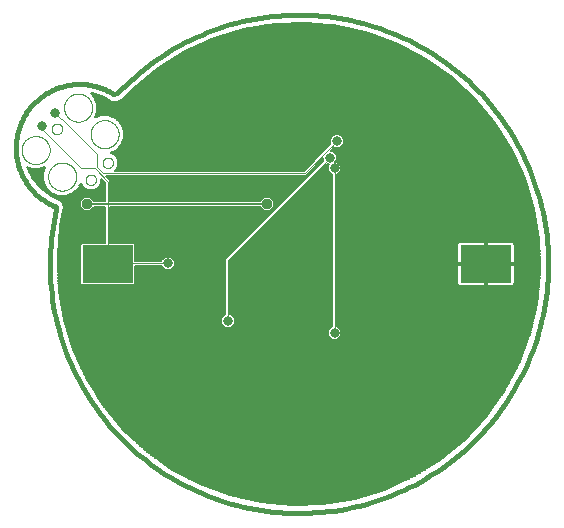
<source format=gbl>
G75*
%MOIN*%
%OFA0B0*%
%FSLAX25Y25*%
%IPPOS*%
%LPD*%
%AMOC8*
5,1,8,0,0,1.08239X$1,22.5*
%
%ADD10C,0.01600*%
%ADD11C,0.00000*%
%ADD12R,0.17000X0.12800*%
%ADD13C,0.00400*%
%ADD14C,0.03200*%
%ADD15C,0.00500*%
%ADD16OC8,0.03562*%
D10*
X0019468Y0104650D02*
X0019041Y0102662D01*
X0018664Y0100665D01*
X0018336Y0098658D01*
X0018056Y0096644D01*
X0017827Y0094624D01*
X0017646Y0092599D01*
X0017516Y0090570D01*
X0017435Y0088539D01*
X0017403Y0086506D01*
X0017422Y0084473D01*
X0017490Y0082441D01*
X0017608Y0080411D01*
X0017776Y0078385D01*
X0017993Y0076364D01*
X0018260Y0074348D01*
X0018576Y0072340D01*
X0018941Y0070339D01*
X0019355Y0068349D01*
X0019817Y0066369D01*
X0020328Y0064401D01*
X0020887Y0062446D01*
X0021493Y0060506D01*
X0022147Y0058581D01*
X0022848Y0056672D01*
X0023595Y0054781D01*
X0024389Y0052910D01*
X0025228Y0051058D01*
X0026112Y0049227D01*
X0027040Y0047418D01*
X0028013Y0045633D01*
X0029029Y0043872D01*
X0030088Y0042136D01*
X0031188Y0040427D01*
X0032331Y0038745D01*
X0033514Y0037092D01*
X0034738Y0035468D01*
X0036000Y0033875D01*
X0037302Y0032313D01*
X0038641Y0030783D01*
X0040017Y0029286D01*
X0041430Y0027824D01*
X0042878Y0026397D01*
X0044360Y0025005D01*
X0045876Y0023651D01*
X0047425Y0022334D01*
X0049006Y0021055D01*
X0050617Y0019815D01*
X0052258Y0018615D01*
X0053928Y0017456D01*
X0055626Y0016337D01*
X0057351Y0015261D01*
X0059102Y0014227D01*
X0060877Y0013237D01*
X0062676Y0012290D01*
X0064498Y0011388D01*
X0066342Y0010530D01*
X0068205Y0009718D01*
X0070089Y0008951D01*
X0071990Y0008231D01*
X0073908Y0007558D01*
X0075843Y0006932D01*
X0077792Y0006353D01*
X0079754Y0005823D01*
X0081729Y0005340D01*
X0083716Y0004906D01*
X0085712Y0004521D01*
X0087717Y0004185D01*
X0089730Y0003898D01*
X0091749Y0003660D01*
X0093773Y0003472D01*
X0095802Y0003333D01*
X0097833Y0003244D01*
X0099866Y0003205D01*
X0101899Y0003216D01*
X0103931Y0003276D01*
X0105961Y0003386D01*
X0107988Y0003546D01*
X0110010Y0003755D01*
X0112027Y0004014D01*
X0114036Y0004322D01*
X0116038Y0004679D01*
X0118030Y0005086D01*
X0120011Y0005540D01*
X0121981Y0006043D01*
X0123938Y0006595D01*
X0125881Y0007193D01*
X0127809Y0007840D01*
X0129720Y0008533D01*
X0131614Y0009273D01*
X0133489Y0010059D01*
X0135344Y0010891D01*
X0137178Y0011767D01*
X0138991Y0012689D01*
X0140780Y0013655D01*
X0142545Y0014664D01*
X0144285Y0015716D01*
X0145998Y0016810D01*
X0147684Y0017946D01*
X0149342Y0019123D01*
X0150971Y0020340D01*
X0152569Y0021596D01*
X0154136Y0022891D01*
X0155671Y0024225D01*
X0157173Y0025595D01*
X0158641Y0027002D01*
X0160074Y0028444D01*
X0161471Y0029921D01*
X0162831Y0031432D01*
X0164155Y0032976D01*
X0165440Y0034551D01*
X0166686Y0036158D01*
X0167892Y0037794D01*
X0169058Y0039460D01*
X0170183Y0041153D01*
X0171266Y0042874D01*
X0172306Y0044621D01*
X0173304Y0046392D01*
X0174258Y0048188D01*
X0175167Y0050006D01*
X0176032Y0051846D01*
X0176852Y0053707D01*
X0177625Y0055587D01*
X0178353Y0057485D01*
X0179034Y0059401D01*
X0179667Y0061333D01*
X0180254Y0063280D01*
X0180792Y0065240D01*
X0181282Y0067213D01*
X0181724Y0069198D01*
X0182117Y0071193D01*
X0182461Y0073196D01*
X0182756Y0075208D01*
X0183001Y0077226D01*
X0183198Y0079250D01*
X0183344Y0081278D01*
X0183441Y0083308D01*
X0183488Y0085341D01*
X0183485Y0087374D01*
X0183433Y0089406D01*
X0183331Y0091437D01*
X0183179Y0093464D01*
X0182977Y0095488D01*
X0182726Y0097505D01*
X0182426Y0099516D01*
X0182077Y0101519D01*
X0181679Y0103512D01*
X0181232Y0105496D01*
X0180736Y0107468D01*
X0180193Y0109427D01*
X0179601Y0111372D01*
X0178963Y0113302D01*
X0178277Y0115216D01*
X0177544Y0117113D01*
X0176766Y0118991D01*
X0175941Y0120849D01*
X0175072Y0122687D01*
X0174157Y0124503D01*
X0173199Y0126296D01*
X0172196Y0128065D01*
X0171151Y0129809D01*
X0170064Y0131526D01*
X0168934Y0133217D01*
X0167764Y0134879D01*
X0166553Y0136513D01*
X0165303Y0138116D01*
X0164014Y0139688D01*
X0162687Y0141228D01*
X0161322Y0142735D01*
X0159921Y0144209D01*
X0158484Y0145647D01*
X0157013Y0147050D01*
X0155507Y0148417D01*
X0153969Y0149746D01*
X0152399Y0151037D01*
X0150797Y0152289D01*
X0149165Y0153502D01*
X0147504Y0154675D01*
X0145815Y0155806D01*
X0144099Y0156896D01*
X0142356Y0157943D01*
X0140588Y0158948D01*
X0138797Y0159908D01*
X0136982Y0160825D01*
X0135145Y0161697D01*
X0133288Y0162524D01*
X0131411Y0163305D01*
X0129515Y0164040D01*
X0127602Y0164728D01*
X0125673Y0165369D01*
X0123728Y0165963D01*
X0121770Y0166509D01*
X0119799Y0167007D01*
X0117816Y0167457D01*
X0115823Y0167857D01*
X0113820Y0168209D01*
X0111810Y0168512D01*
X0109793Y0168766D01*
X0107770Y0168970D01*
X0105742Y0169124D01*
X0103712Y0169229D01*
X0101680Y0169284D01*
X0099647Y0169289D01*
X0097614Y0169245D01*
X0095583Y0169150D01*
X0093555Y0169006D01*
X0091531Y0168813D01*
X0089513Y0168570D01*
X0087501Y0168277D01*
X0085496Y0167936D01*
X0083501Y0167545D01*
X0081516Y0167106D01*
X0079542Y0166619D01*
X0077581Y0166083D01*
X0075634Y0165499D01*
X0073701Y0164868D01*
X0071784Y0164189D01*
X0069885Y0163464D01*
X0068004Y0162693D01*
X0066142Y0161876D01*
X0064301Y0161013D01*
X0062482Y0160106D01*
X0060685Y0159155D01*
X0058912Y0158159D01*
X0057164Y0157121D01*
X0055442Y0156040D01*
X0053747Y0154917D01*
X0052080Y0153754D01*
X0050442Y0152549D01*
X0048834Y0151305D01*
X0047257Y0150022D01*
X0045712Y0148701D01*
X0044199Y0147342D01*
X0042720Y0145947D01*
X0041276Y0144516D01*
X0039867Y0143050D01*
X0038868Y0142750D02*
X0038431Y0143027D01*
X0037987Y0143293D01*
X0037537Y0143548D01*
X0037081Y0143792D01*
X0036619Y0144025D01*
X0036152Y0144246D01*
X0035679Y0144456D01*
X0035202Y0144654D01*
X0034719Y0144841D01*
X0034233Y0145016D01*
X0033742Y0145179D01*
X0033247Y0145330D01*
X0032749Y0145469D01*
X0032247Y0145596D01*
X0031743Y0145710D01*
X0031236Y0145812D01*
X0030727Y0145902D01*
X0030215Y0145979D01*
X0029702Y0146044D01*
X0029188Y0146096D01*
X0028672Y0146136D01*
X0028156Y0146163D01*
X0027639Y0146177D01*
X0027121Y0146179D01*
X0026604Y0146169D01*
X0026088Y0146145D01*
X0025572Y0146109D01*
X0025057Y0146061D01*
X0024543Y0146000D01*
X0024031Y0145926D01*
X0023521Y0145840D01*
X0023014Y0145742D01*
X0022508Y0145631D01*
X0022006Y0145508D01*
X0021507Y0145373D01*
X0021011Y0145226D01*
X0020519Y0145066D01*
X0020031Y0144895D01*
X0019547Y0144712D01*
X0019068Y0144517D01*
X0018594Y0144311D01*
X0018125Y0144093D01*
X0017662Y0143863D01*
X0017204Y0143623D01*
X0016752Y0143371D01*
X0016306Y0143108D01*
X0015867Y0142835D01*
X0015435Y0142551D01*
X0015010Y0142256D01*
X0014592Y0141951D01*
X0014182Y0141637D01*
X0013779Y0141312D01*
X0013385Y0140977D01*
X0012999Y0140633D01*
X0012621Y0140280D01*
X0012252Y0139918D01*
X0011892Y0139546D01*
X0011541Y0139166D01*
X0011200Y0138778D01*
X0010868Y0138381D01*
X0010546Y0137977D01*
X0010233Y0137564D01*
X0009931Y0137144D01*
X0009640Y0136717D01*
X0009358Y0136283D01*
X0009088Y0135843D01*
X0008828Y0135395D01*
X0008579Y0134942D01*
X0008342Y0134483D01*
X0008115Y0134018D01*
X0007900Y0133547D01*
X0007697Y0133072D01*
X0007505Y0132591D01*
X0007325Y0132107D01*
X0007157Y0131617D01*
X0007001Y0131124D01*
X0006857Y0130628D01*
X0006725Y0130128D01*
X0006605Y0129625D01*
X0006498Y0129119D01*
X0006403Y0128610D01*
X0006320Y0128100D01*
X0006250Y0127587D01*
X0006192Y0127073D01*
X0006147Y0126558D01*
X0006114Y0126042D01*
X0006094Y0125525D01*
X0006087Y0125008D01*
X0006092Y0124491D01*
X0006110Y0123974D01*
X0006141Y0123458D01*
X0006184Y0122942D01*
X0006239Y0122428D01*
X0006307Y0121915D01*
X0006388Y0121405D01*
X0006481Y0120896D01*
X0006586Y0120389D01*
X0006704Y0119886D01*
X0006834Y0119385D01*
X0006976Y0118888D01*
X0007130Y0118394D01*
X0007296Y0117905D01*
X0007474Y0117419D01*
X0007664Y0116938D01*
X0007866Y0116462D01*
X0008079Y0115990D01*
X0008303Y0115524D01*
X0008539Y0115064D01*
X0008786Y0114610D01*
X0009044Y0114161D01*
X0009313Y0113719D01*
X0009592Y0113284D01*
X0009882Y0112856D01*
X0010183Y0112435D01*
X0010493Y0112021D01*
X0010814Y0111616D01*
X0011144Y0111218D01*
X0011484Y0110828D01*
X0011833Y0110446D01*
X0012192Y0110074D01*
X0012559Y0109710D01*
X0012935Y0109355D01*
X0013320Y0109009D01*
X0013713Y0108673D01*
X0014114Y0108347D01*
X0014523Y0108030D01*
X0014940Y0107724D01*
X0015364Y0107428D01*
X0015795Y0107142D01*
X0016233Y0106867D01*
X0016677Y0106602D01*
X0017128Y0106349D01*
X0017585Y0106106D01*
X0018048Y0105875D01*
X0018516Y0105655D01*
X0018989Y0105447D01*
X0019467Y0105250D01*
D11*
X0016860Y0115340D02*
X0016862Y0115477D01*
X0016868Y0115613D01*
X0016878Y0115749D01*
X0016892Y0115885D01*
X0016910Y0116021D01*
X0016932Y0116156D01*
X0016957Y0116290D01*
X0016987Y0116423D01*
X0017021Y0116555D01*
X0017058Y0116687D01*
X0017099Y0116817D01*
X0017145Y0116946D01*
X0017193Y0117074D01*
X0017246Y0117200D01*
X0017302Y0117324D01*
X0017362Y0117447D01*
X0017425Y0117568D01*
X0017492Y0117687D01*
X0017562Y0117804D01*
X0017636Y0117920D01*
X0017713Y0118032D01*
X0017793Y0118143D01*
X0017877Y0118251D01*
X0017964Y0118357D01*
X0018053Y0118460D01*
X0018146Y0118560D01*
X0018241Y0118658D01*
X0018340Y0118753D01*
X0018441Y0118845D01*
X0018545Y0118933D01*
X0018651Y0119019D01*
X0018760Y0119102D01*
X0018871Y0119181D01*
X0018984Y0119258D01*
X0019100Y0119331D01*
X0019217Y0119400D01*
X0019337Y0119466D01*
X0019458Y0119528D01*
X0019582Y0119587D01*
X0019707Y0119643D01*
X0019833Y0119694D01*
X0019961Y0119742D01*
X0020090Y0119786D01*
X0020221Y0119827D01*
X0020353Y0119863D01*
X0020485Y0119896D01*
X0020619Y0119924D01*
X0020753Y0119949D01*
X0020888Y0119970D01*
X0021024Y0119987D01*
X0021160Y0120000D01*
X0021296Y0120009D01*
X0021433Y0120014D01*
X0021569Y0120015D01*
X0021706Y0120012D01*
X0021842Y0120005D01*
X0021978Y0119994D01*
X0022114Y0119979D01*
X0022249Y0119960D01*
X0022384Y0119937D01*
X0022518Y0119910D01*
X0022651Y0119880D01*
X0022783Y0119845D01*
X0022915Y0119807D01*
X0023044Y0119765D01*
X0023173Y0119719D01*
X0023300Y0119669D01*
X0023426Y0119615D01*
X0023550Y0119558D01*
X0023673Y0119498D01*
X0023793Y0119433D01*
X0023912Y0119366D01*
X0024028Y0119295D01*
X0024143Y0119220D01*
X0024255Y0119142D01*
X0024365Y0119061D01*
X0024473Y0118977D01*
X0024578Y0118889D01*
X0024680Y0118799D01*
X0024780Y0118706D01*
X0024877Y0118609D01*
X0024971Y0118510D01*
X0025062Y0118409D01*
X0025150Y0118304D01*
X0025235Y0118197D01*
X0025317Y0118088D01*
X0025396Y0117976D01*
X0025471Y0117862D01*
X0025543Y0117746D01*
X0025612Y0117628D01*
X0025677Y0117508D01*
X0025739Y0117386D01*
X0025797Y0117262D01*
X0025851Y0117137D01*
X0025902Y0117010D01*
X0025948Y0116882D01*
X0025992Y0116752D01*
X0026031Y0116621D01*
X0026067Y0116489D01*
X0026098Y0116356D01*
X0026126Y0116223D01*
X0026150Y0116088D01*
X0026170Y0115953D01*
X0026186Y0115817D01*
X0026198Y0115681D01*
X0026206Y0115545D01*
X0026210Y0115408D01*
X0026210Y0115272D01*
X0026206Y0115135D01*
X0026198Y0114999D01*
X0026186Y0114863D01*
X0026170Y0114727D01*
X0026150Y0114592D01*
X0026126Y0114457D01*
X0026098Y0114324D01*
X0026067Y0114191D01*
X0026031Y0114059D01*
X0025992Y0113928D01*
X0025948Y0113798D01*
X0025902Y0113670D01*
X0025851Y0113543D01*
X0025797Y0113418D01*
X0025739Y0113294D01*
X0025677Y0113172D01*
X0025612Y0113052D01*
X0025543Y0112934D01*
X0025471Y0112818D01*
X0025396Y0112704D01*
X0025317Y0112592D01*
X0025235Y0112483D01*
X0025150Y0112376D01*
X0025062Y0112271D01*
X0024971Y0112170D01*
X0024877Y0112071D01*
X0024780Y0111974D01*
X0024680Y0111881D01*
X0024578Y0111791D01*
X0024473Y0111703D01*
X0024365Y0111619D01*
X0024255Y0111538D01*
X0024143Y0111460D01*
X0024028Y0111385D01*
X0023912Y0111314D01*
X0023793Y0111247D01*
X0023673Y0111182D01*
X0023550Y0111122D01*
X0023426Y0111065D01*
X0023300Y0111011D01*
X0023173Y0110961D01*
X0023044Y0110915D01*
X0022915Y0110873D01*
X0022783Y0110835D01*
X0022651Y0110800D01*
X0022518Y0110770D01*
X0022384Y0110743D01*
X0022249Y0110720D01*
X0022114Y0110701D01*
X0021978Y0110686D01*
X0021842Y0110675D01*
X0021706Y0110668D01*
X0021569Y0110665D01*
X0021433Y0110666D01*
X0021296Y0110671D01*
X0021160Y0110680D01*
X0021024Y0110693D01*
X0020888Y0110710D01*
X0020753Y0110731D01*
X0020619Y0110756D01*
X0020485Y0110784D01*
X0020353Y0110817D01*
X0020221Y0110853D01*
X0020090Y0110894D01*
X0019961Y0110938D01*
X0019833Y0110986D01*
X0019707Y0111037D01*
X0019582Y0111093D01*
X0019458Y0111152D01*
X0019337Y0111214D01*
X0019217Y0111280D01*
X0019100Y0111349D01*
X0018984Y0111422D01*
X0018871Y0111499D01*
X0018760Y0111578D01*
X0018651Y0111661D01*
X0018545Y0111747D01*
X0018441Y0111835D01*
X0018340Y0111927D01*
X0018241Y0112022D01*
X0018146Y0112120D01*
X0018053Y0112220D01*
X0017964Y0112323D01*
X0017877Y0112429D01*
X0017793Y0112537D01*
X0017713Y0112648D01*
X0017636Y0112760D01*
X0017562Y0112876D01*
X0017492Y0112993D01*
X0017425Y0113112D01*
X0017362Y0113233D01*
X0017302Y0113356D01*
X0017246Y0113480D01*
X0017193Y0113606D01*
X0017145Y0113734D01*
X0017099Y0113863D01*
X0017058Y0113993D01*
X0017021Y0114125D01*
X0016987Y0114257D01*
X0016957Y0114390D01*
X0016932Y0114524D01*
X0016910Y0114659D01*
X0016892Y0114795D01*
X0016878Y0114931D01*
X0016868Y0115067D01*
X0016862Y0115203D01*
X0016860Y0115340D01*
X0008022Y0124179D02*
X0008024Y0124316D01*
X0008030Y0124452D01*
X0008040Y0124588D01*
X0008054Y0124724D01*
X0008072Y0124860D01*
X0008094Y0124995D01*
X0008119Y0125129D01*
X0008149Y0125262D01*
X0008183Y0125394D01*
X0008220Y0125526D01*
X0008261Y0125656D01*
X0008307Y0125785D01*
X0008355Y0125913D01*
X0008408Y0126039D01*
X0008464Y0126163D01*
X0008524Y0126286D01*
X0008587Y0126407D01*
X0008654Y0126526D01*
X0008724Y0126643D01*
X0008798Y0126759D01*
X0008875Y0126871D01*
X0008955Y0126982D01*
X0009039Y0127090D01*
X0009126Y0127196D01*
X0009215Y0127299D01*
X0009308Y0127399D01*
X0009403Y0127497D01*
X0009502Y0127592D01*
X0009603Y0127684D01*
X0009707Y0127772D01*
X0009813Y0127858D01*
X0009922Y0127941D01*
X0010033Y0128020D01*
X0010146Y0128097D01*
X0010262Y0128170D01*
X0010379Y0128239D01*
X0010499Y0128305D01*
X0010620Y0128367D01*
X0010744Y0128426D01*
X0010869Y0128482D01*
X0010995Y0128533D01*
X0011123Y0128581D01*
X0011252Y0128625D01*
X0011383Y0128666D01*
X0011515Y0128702D01*
X0011647Y0128735D01*
X0011781Y0128763D01*
X0011915Y0128788D01*
X0012050Y0128809D01*
X0012186Y0128826D01*
X0012322Y0128839D01*
X0012458Y0128848D01*
X0012595Y0128853D01*
X0012731Y0128854D01*
X0012868Y0128851D01*
X0013004Y0128844D01*
X0013140Y0128833D01*
X0013276Y0128818D01*
X0013411Y0128799D01*
X0013546Y0128776D01*
X0013680Y0128749D01*
X0013813Y0128719D01*
X0013945Y0128684D01*
X0014077Y0128646D01*
X0014206Y0128604D01*
X0014335Y0128558D01*
X0014462Y0128508D01*
X0014588Y0128454D01*
X0014712Y0128397D01*
X0014835Y0128337D01*
X0014955Y0128272D01*
X0015074Y0128205D01*
X0015190Y0128134D01*
X0015305Y0128059D01*
X0015417Y0127981D01*
X0015527Y0127900D01*
X0015635Y0127816D01*
X0015740Y0127728D01*
X0015842Y0127638D01*
X0015942Y0127545D01*
X0016039Y0127448D01*
X0016133Y0127349D01*
X0016224Y0127248D01*
X0016312Y0127143D01*
X0016397Y0127036D01*
X0016479Y0126927D01*
X0016558Y0126815D01*
X0016633Y0126701D01*
X0016705Y0126585D01*
X0016774Y0126467D01*
X0016839Y0126347D01*
X0016901Y0126225D01*
X0016959Y0126101D01*
X0017013Y0125976D01*
X0017064Y0125849D01*
X0017110Y0125721D01*
X0017154Y0125591D01*
X0017193Y0125460D01*
X0017229Y0125328D01*
X0017260Y0125195D01*
X0017288Y0125062D01*
X0017312Y0124927D01*
X0017332Y0124792D01*
X0017348Y0124656D01*
X0017360Y0124520D01*
X0017368Y0124384D01*
X0017372Y0124247D01*
X0017372Y0124111D01*
X0017368Y0123974D01*
X0017360Y0123838D01*
X0017348Y0123702D01*
X0017332Y0123566D01*
X0017312Y0123431D01*
X0017288Y0123296D01*
X0017260Y0123163D01*
X0017229Y0123030D01*
X0017193Y0122898D01*
X0017154Y0122767D01*
X0017110Y0122637D01*
X0017064Y0122509D01*
X0017013Y0122382D01*
X0016959Y0122257D01*
X0016901Y0122133D01*
X0016839Y0122011D01*
X0016774Y0121891D01*
X0016705Y0121773D01*
X0016633Y0121657D01*
X0016558Y0121543D01*
X0016479Y0121431D01*
X0016397Y0121322D01*
X0016312Y0121215D01*
X0016224Y0121110D01*
X0016133Y0121009D01*
X0016039Y0120910D01*
X0015942Y0120813D01*
X0015842Y0120720D01*
X0015740Y0120630D01*
X0015635Y0120542D01*
X0015527Y0120458D01*
X0015417Y0120377D01*
X0015305Y0120299D01*
X0015190Y0120224D01*
X0015074Y0120153D01*
X0014955Y0120086D01*
X0014835Y0120021D01*
X0014712Y0119961D01*
X0014588Y0119904D01*
X0014462Y0119850D01*
X0014335Y0119800D01*
X0014206Y0119754D01*
X0014077Y0119712D01*
X0013945Y0119674D01*
X0013813Y0119639D01*
X0013680Y0119609D01*
X0013546Y0119582D01*
X0013411Y0119559D01*
X0013276Y0119540D01*
X0013140Y0119525D01*
X0013004Y0119514D01*
X0012868Y0119507D01*
X0012731Y0119504D01*
X0012595Y0119505D01*
X0012458Y0119510D01*
X0012322Y0119519D01*
X0012186Y0119532D01*
X0012050Y0119549D01*
X0011915Y0119570D01*
X0011781Y0119595D01*
X0011647Y0119623D01*
X0011515Y0119656D01*
X0011383Y0119692D01*
X0011252Y0119733D01*
X0011123Y0119777D01*
X0010995Y0119825D01*
X0010869Y0119876D01*
X0010744Y0119932D01*
X0010620Y0119991D01*
X0010499Y0120053D01*
X0010379Y0120119D01*
X0010262Y0120188D01*
X0010146Y0120261D01*
X0010033Y0120338D01*
X0009922Y0120417D01*
X0009813Y0120500D01*
X0009707Y0120586D01*
X0009603Y0120674D01*
X0009502Y0120766D01*
X0009403Y0120861D01*
X0009308Y0120959D01*
X0009215Y0121059D01*
X0009126Y0121162D01*
X0009039Y0121268D01*
X0008955Y0121376D01*
X0008875Y0121487D01*
X0008798Y0121599D01*
X0008724Y0121715D01*
X0008654Y0121832D01*
X0008587Y0121951D01*
X0008524Y0122072D01*
X0008464Y0122195D01*
X0008408Y0122319D01*
X0008355Y0122445D01*
X0008307Y0122573D01*
X0008261Y0122702D01*
X0008220Y0122832D01*
X0008183Y0122964D01*
X0008149Y0123096D01*
X0008119Y0123229D01*
X0008094Y0123363D01*
X0008072Y0123498D01*
X0008054Y0123634D01*
X0008040Y0123770D01*
X0008030Y0123906D01*
X0008024Y0124042D01*
X0008022Y0124179D01*
X0018018Y0131250D02*
X0018020Y0131333D01*
X0018026Y0131416D01*
X0018036Y0131499D01*
X0018050Y0131581D01*
X0018067Y0131663D01*
X0018089Y0131743D01*
X0018114Y0131822D01*
X0018143Y0131900D01*
X0018176Y0131977D01*
X0018213Y0132052D01*
X0018252Y0132125D01*
X0018296Y0132196D01*
X0018342Y0132265D01*
X0018392Y0132332D01*
X0018445Y0132396D01*
X0018501Y0132458D01*
X0018560Y0132517D01*
X0018622Y0132573D01*
X0018686Y0132626D01*
X0018753Y0132676D01*
X0018822Y0132722D01*
X0018893Y0132766D01*
X0018966Y0132805D01*
X0019041Y0132842D01*
X0019118Y0132875D01*
X0019196Y0132904D01*
X0019275Y0132929D01*
X0019355Y0132951D01*
X0019437Y0132968D01*
X0019519Y0132982D01*
X0019602Y0132992D01*
X0019685Y0132998D01*
X0019768Y0133000D01*
X0019851Y0132998D01*
X0019934Y0132992D01*
X0020017Y0132982D01*
X0020099Y0132968D01*
X0020181Y0132951D01*
X0020261Y0132929D01*
X0020340Y0132904D01*
X0020418Y0132875D01*
X0020495Y0132842D01*
X0020570Y0132805D01*
X0020643Y0132766D01*
X0020714Y0132722D01*
X0020783Y0132676D01*
X0020850Y0132626D01*
X0020914Y0132573D01*
X0020976Y0132517D01*
X0021035Y0132458D01*
X0021091Y0132396D01*
X0021144Y0132332D01*
X0021194Y0132265D01*
X0021240Y0132196D01*
X0021284Y0132125D01*
X0021323Y0132052D01*
X0021360Y0131977D01*
X0021393Y0131900D01*
X0021422Y0131822D01*
X0021447Y0131743D01*
X0021469Y0131663D01*
X0021486Y0131581D01*
X0021500Y0131499D01*
X0021510Y0131416D01*
X0021516Y0131333D01*
X0021518Y0131250D01*
X0021516Y0131167D01*
X0021510Y0131084D01*
X0021500Y0131001D01*
X0021486Y0130919D01*
X0021469Y0130837D01*
X0021447Y0130757D01*
X0021422Y0130678D01*
X0021393Y0130600D01*
X0021360Y0130523D01*
X0021323Y0130448D01*
X0021284Y0130375D01*
X0021240Y0130304D01*
X0021194Y0130235D01*
X0021144Y0130168D01*
X0021091Y0130104D01*
X0021035Y0130042D01*
X0020976Y0129983D01*
X0020914Y0129927D01*
X0020850Y0129874D01*
X0020783Y0129824D01*
X0020714Y0129778D01*
X0020643Y0129734D01*
X0020570Y0129695D01*
X0020495Y0129658D01*
X0020418Y0129625D01*
X0020340Y0129596D01*
X0020261Y0129571D01*
X0020181Y0129549D01*
X0020099Y0129532D01*
X0020017Y0129518D01*
X0019934Y0129508D01*
X0019851Y0129502D01*
X0019768Y0129500D01*
X0019685Y0129502D01*
X0019602Y0129508D01*
X0019519Y0129518D01*
X0019437Y0129532D01*
X0019355Y0129549D01*
X0019275Y0129571D01*
X0019196Y0129596D01*
X0019118Y0129625D01*
X0019041Y0129658D01*
X0018966Y0129695D01*
X0018893Y0129734D01*
X0018822Y0129778D01*
X0018753Y0129824D01*
X0018686Y0129874D01*
X0018622Y0129927D01*
X0018560Y0129983D01*
X0018501Y0130042D01*
X0018445Y0130104D01*
X0018392Y0130168D01*
X0018342Y0130235D01*
X0018296Y0130304D01*
X0018252Y0130375D01*
X0018213Y0130448D01*
X0018176Y0130523D01*
X0018143Y0130600D01*
X0018114Y0130678D01*
X0018089Y0130757D01*
X0018067Y0130837D01*
X0018050Y0130919D01*
X0018036Y0131001D01*
X0018026Y0131084D01*
X0018020Y0131167D01*
X0018018Y0131250D01*
X0022164Y0138321D02*
X0022166Y0138458D01*
X0022172Y0138594D01*
X0022182Y0138730D01*
X0022196Y0138866D01*
X0022214Y0139002D01*
X0022236Y0139137D01*
X0022261Y0139271D01*
X0022291Y0139404D01*
X0022325Y0139536D01*
X0022362Y0139668D01*
X0022403Y0139798D01*
X0022449Y0139927D01*
X0022497Y0140055D01*
X0022550Y0140181D01*
X0022606Y0140305D01*
X0022666Y0140428D01*
X0022729Y0140549D01*
X0022796Y0140668D01*
X0022866Y0140785D01*
X0022940Y0140901D01*
X0023017Y0141013D01*
X0023097Y0141124D01*
X0023181Y0141232D01*
X0023268Y0141338D01*
X0023357Y0141441D01*
X0023450Y0141541D01*
X0023545Y0141639D01*
X0023644Y0141734D01*
X0023745Y0141826D01*
X0023849Y0141914D01*
X0023955Y0142000D01*
X0024064Y0142083D01*
X0024175Y0142162D01*
X0024288Y0142239D01*
X0024404Y0142312D01*
X0024521Y0142381D01*
X0024641Y0142447D01*
X0024762Y0142509D01*
X0024886Y0142568D01*
X0025011Y0142624D01*
X0025137Y0142675D01*
X0025265Y0142723D01*
X0025394Y0142767D01*
X0025525Y0142808D01*
X0025657Y0142844D01*
X0025789Y0142877D01*
X0025923Y0142905D01*
X0026057Y0142930D01*
X0026192Y0142951D01*
X0026328Y0142968D01*
X0026464Y0142981D01*
X0026600Y0142990D01*
X0026737Y0142995D01*
X0026873Y0142996D01*
X0027010Y0142993D01*
X0027146Y0142986D01*
X0027282Y0142975D01*
X0027418Y0142960D01*
X0027553Y0142941D01*
X0027688Y0142918D01*
X0027822Y0142891D01*
X0027955Y0142861D01*
X0028087Y0142826D01*
X0028219Y0142788D01*
X0028348Y0142746D01*
X0028477Y0142700D01*
X0028604Y0142650D01*
X0028730Y0142596D01*
X0028854Y0142539D01*
X0028977Y0142479D01*
X0029097Y0142414D01*
X0029216Y0142347D01*
X0029332Y0142276D01*
X0029447Y0142201D01*
X0029559Y0142123D01*
X0029669Y0142042D01*
X0029777Y0141958D01*
X0029882Y0141870D01*
X0029984Y0141780D01*
X0030084Y0141687D01*
X0030181Y0141590D01*
X0030275Y0141491D01*
X0030366Y0141390D01*
X0030454Y0141285D01*
X0030539Y0141178D01*
X0030621Y0141069D01*
X0030700Y0140957D01*
X0030775Y0140843D01*
X0030847Y0140727D01*
X0030916Y0140609D01*
X0030981Y0140489D01*
X0031043Y0140367D01*
X0031101Y0140243D01*
X0031155Y0140118D01*
X0031206Y0139991D01*
X0031252Y0139863D01*
X0031296Y0139733D01*
X0031335Y0139602D01*
X0031371Y0139470D01*
X0031402Y0139337D01*
X0031430Y0139204D01*
X0031454Y0139069D01*
X0031474Y0138934D01*
X0031490Y0138798D01*
X0031502Y0138662D01*
X0031510Y0138526D01*
X0031514Y0138389D01*
X0031514Y0138253D01*
X0031510Y0138116D01*
X0031502Y0137980D01*
X0031490Y0137844D01*
X0031474Y0137708D01*
X0031454Y0137573D01*
X0031430Y0137438D01*
X0031402Y0137305D01*
X0031371Y0137172D01*
X0031335Y0137040D01*
X0031296Y0136909D01*
X0031252Y0136779D01*
X0031206Y0136651D01*
X0031155Y0136524D01*
X0031101Y0136399D01*
X0031043Y0136275D01*
X0030981Y0136153D01*
X0030916Y0136033D01*
X0030847Y0135915D01*
X0030775Y0135799D01*
X0030700Y0135685D01*
X0030621Y0135573D01*
X0030539Y0135464D01*
X0030454Y0135357D01*
X0030366Y0135252D01*
X0030275Y0135151D01*
X0030181Y0135052D01*
X0030084Y0134955D01*
X0029984Y0134862D01*
X0029882Y0134772D01*
X0029777Y0134684D01*
X0029669Y0134600D01*
X0029559Y0134519D01*
X0029447Y0134441D01*
X0029332Y0134366D01*
X0029216Y0134295D01*
X0029097Y0134228D01*
X0028977Y0134163D01*
X0028854Y0134103D01*
X0028730Y0134046D01*
X0028604Y0133992D01*
X0028477Y0133942D01*
X0028348Y0133896D01*
X0028219Y0133854D01*
X0028087Y0133816D01*
X0027955Y0133781D01*
X0027822Y0133751D01*
X0027688Y0133724D01*
X0027553Y0133701D01*
X0027418Y0133682D01*
X0027282Y0133667D01*
X0027146Y0133656D01*
X0027010Y0133649D01*
X0026873Y0133646D01*
X0026737Y0133647D01*
X0026600Y0133652D01*
X0026464Y0133661D01*
X0026328Y0133674D01*
X0026192Y0133691D01*
X0026057Y0133712D01*
X0025923Y0133737D01*
X0025789Y0133765D01*
X0025657Y0133798D01*
X0025525Y0133834D01*
X0025394Y0133875D01*
X0025265Y0133919D01*
X0025137Y0133967D01*
X0025011Y0134018D01*
X0024886Y0134074D01*
X0024762Y0134133D01*
X0024641Y0134195D01*
X0024521Y0134261D01*
X0024404Y0134330D01*
X0024288Y0134403D01*
X0024175Y0134480D01*
X0024064Y0134559D01*
X0023955Y0134642D01*
X0023849Y0134728D01*
X0023745Y0134816D01*
X0023644Y0134908D01*
X0023545Y0135003D01*
X0023450Y0135101D01*
X0023357Y0135201D01*
X0023268Y0135304D01*
X0023181Y0135410D01*
X0023097Y0135518D01*
X0023017Y0135629D01*
X0022940Y0135741D01*
X0022866Y0135857D01*
X0022796Y0135974D01*
X0022729Y0136093D01*
X0022666Y0136214D01*
X0022606Y0136337D01*
X0022550Y0136461D01*
X0022497Y0136587D01*
X0022449Y0136715D01*
X0022403Y0136844D01*
X0022362Y0136974D01*
X0022325Y0137106D01*
X0022291Y0137238D01*
X0022261Y0137371D01*
X0022236Y0137505D01*
X0022214Y0137640D01*
X0022196Y0137776D01*
X0022182Y0137912D01*
X0022172Y0138048D01*
X0022166Y0138184D01*
X0022164Y0138321D01*
X0031003Y0129482D02*
X0031005Y0129619D01*
X0031011Y0129755D01*
X0031021Y0129891D01*
X0031035Y0130027D01*
X0031053Y0130163D01*
X0031075Y0130298D01*
X0031100Y0130432D01*
X0031130Y0130565D01*
X0031164Y0130697D01*
X0031201Y0130829D01*
X0031242Y0130959D01*
X0031288Y0131088D01*
X0031336Y0131216D01*
X0031389Y0131342D01*
X0031445Y0131466D01*
X0031505Y0131589D01*
X0031568Y0131710D01*
X0031635Y0131829D01*
X0031705Y0131946D01*
X0031779Y0132062D01*
X0031856Y0132174D01*
X0031936Y0132285D01*
X0032020Y0132393D01*
X0032107Y0132499D01*
X0032196Y0132602D01*
X0032289Y0132702D01*
X0032384Y0132800D01*
X0032483Y0132895D01*
X0032584Y0132987D01*
X0032688Y0133075D01*
X0032794Y0133161D01*
X0032903Y0133244D01*
X0033014Y0133323D01*
X0033127Y0133400D01*
X0033243Y0133473D01*
X0033360Y0133542D01*
X0033480Y0133608D01*
X0033601Y0133670D01*
X0033725Y0133729D01*
X0033850Y0133785D01*
X0033976Y0133836D01*
X0034104Y0133884D01*
X0034233Y0133928D01*
X0034364Y0133969D01*
X0034496Y0134005D01*
X0034628Y0134038D01*
X0034762Y0134066D01*
X0034896Y0134091D01*
X0035031Y0134112D01*
X0035167Y0134129D01*
X0035303Y0134142D01*
X0035439Y0134151D01*
X0035576Y0134156D01*
X0035712Y0134157D01*
X0035849Y0134154D01*
X0035985Y0134147D01*
X0036121Y0134136D01*
X0036257Y0134121D01*
X0036392Y0134102D01*
X0036527Y0134079D01*
X0036661Y0134052D01*
X0036794Y0134022D01*
X0036926Y0133987D01*
X0037058Y0133949D01*
X0037187Y0133907D01*
X0037316Y0133861D01*
X0037443Y0133811D01*
X0037569Y0133757D01*
X0037693Y0133700D01*
X0037816Y0133640D01*
X0037936Y0133575D01*
X0038055Y0133508D01*
X0038171Y0133437D01*
X0038286Y0133362D01*
X0038398Y0133284D01*
X0038508Y0133203D01*
X0038616Y0133119D01*
X0038721Y0133031D01*
X0038823Y0132941D01*
X0038923Y0132848D01*
X0039020Y0132751D01*
X0039114Y0132652D01*
X0039205Y0132551D01*
X0039293Y0132446D01*
X0039378Y0132339D01*
X0039460Y0132230D01*
X0039539Y0132118D01*
X0039614Y0132004D01*
X0039686Y0131888D01*
X0039755Y0131770D01*
X0039820Y0131650D01*
X0039882Y0131528D01*
X0039940Y0131404D01*
X0039994Y0131279D01*
X0040045Y0131152D01*
X0040091Y0131024D01*
X0040135Y0130894D01*
X0040174Y0130763D01*
X0040210Y0130631D01*
X0040241Y0130498D01*
X0040269Y0130365D01*
X0040293Y0130230D01*
X0040313Y0130095D01*
X0040329Y0129959D01*
X0040341Y0129823D01*
X0040349Y0129687D01*
X0040353Y0129550D01*
X0040353Y0129414D01*
X0040349Y0129277D01*
X0040341Y0129141D01*
X0040329Y0129005D01*
X0040313Y0128869D01*
X0040293Y0128734D01*
X0040269Y0128599D01*
X0040241Y0128466D01*
X0040210Y0128333D01*
X0040174Y0128201D01*
X0040135Y0128070D01*
X0040091Y0127940D01*
X0040045Y0127812D01*
X0039994Y0127685D01*
X0039940Y0127560D01*
X0039882Y0127436D01*
X0039820Y0127314D01*
X0039755Y0127194D01*
X0039686Y0127076D01*
X0039614Y0126960D01*
X0039539Y0126846D01*
X0039460Y0126734D01*
X0039378Y0126625D01*
X0039293Y0126518D01*
X0039205Y0126413D01*
X0039114Y0126312D01*
X0039020Y0126213D01*
X0038923Y0126116D01*
X0038823Y0126023D01*
X0038721Y0125933D01*
X0038616Y0125845D01*
X0038508Y0125761D01*
X0038398Y0125680D01*
X0038286Y0125602D01*
X0038171Y0125527D01*
X0038055Y0125456D01*
X0037936Y0125389D01*
X0037816Y0125324D01*
X0037693Y0125264D01*
X0037569Y0125207D01*
X0037443Y0125153D01*
X0037316Y0125103D01*
X0037187Y0125057D01*
X0037058Y0125015D01*
X0036926Y0124977D01*
X0036794Y0124942D01*
X0036661Y0124912D01*
X0036527Y0124885D01*
X0036392Y0124862D01*
X0036257Y0124843D01*
X0036121Y0124828D01*
X0035985Y0124817D01*
X0035849Y0124810D01*
X0035712Y0124807D01*
X0035576Y0124808D01*
X0035439Y0124813D01*
X0035303Y0124822D01*
X0035167Y0124835D01*
X0035031Y0124852D01*
X0034896Y0124873D01*
X0034762Y0124898D01*
X0034628Y0124926D01*
X0034496Y0124959D01*
X0034364Y0124995D01*
X0034233Y0125036D01*
X0034104Y0125080D01*
X0033976Y0125128D01*
X0033850Y0125179D01*
X0033725Y0125235D01*
X0033601Y0125294D01*
X0033480Y0125356D01*
X0033360Y0125422D01*
X0033243Y0125491D01*
X0033127Y0125564D01*
X0033014Y0125641D01*
X0032903Y0125720D01*
X0032794Y0125803D01*
X0032688Y0125889D01*
X0032584Y0125977D01*
X0032483Y0126069D01*
X0032384Y0126164D01*
X0032289Y0126262D01*
X0032196Y0126362D01*
X0032107Y0126465D01*
X0032020Y0126571D01*
X0031936Y0126679D01*
X0031856Y0126790D01*
X0031779Y0126902D01*
X0031705Y0127018D01*
X0031635Y0127135D01*
X0031568Y0127254D01*
X0031505Y0127375D01*
X0031445Y0127498D01*
X0031389Y0127622D01*
X0031336Y0127748D01*
X0031288Y0127876D01*
X0031242Y0128005D01*
X0031201Y0128135D01*
X0031164Y0128267D01*
X0031130Y0128399D01*
X0031100Y0128532D01*
X0031075Y0128666D01*
X0031053Y0128801D01*
X0031035Y0128937D01*
X0031021Y0129073D01*
X0031011Y0129209D01*
X0031005Y0129345D01*
X0031003Y0129482D01*
X0034988Y0119936D02*
X0034990Y0120019D01*
X0034996Y0120102D01*
X0035006Y0120185D01*
X0035020Y0120267D01*
X0035037Y0120349D01*
X0035059Y0120429D01*
X0035084Y0120508D01*
X0035113Y0120586D01*
X0035146Y0120663D01*
X0035183Y0120738D01*
X0035222Y0120811D01*
X0035266Y0120882D01*
X0035312Y0120951D01*
X0035362Y0121018D01*
X0035415Y0121082D01*
X0035471Y0121144D01*
X0035530Y0121203D01*
X0035592Y0121259D01*
X0035656Y0121312D01*
X0035723Y0121362D01*
X0035792Y0121408D01*
X0035863Y0121452D01*
X0035936Y0121491D01*
X0036011Y0121528D01*
X0036088Y0121561D01*
X0036166Y0121590D01*
X0036245Y0121615D01*
X0036325Y0121637D01*
X0036407Y0121654D01*
X0036489Y0121668D01*
X0036572Y0121678D01*
X0036655Y0121684D01*
X0036738Y0121686D01*
X0036821Y0121684D01*
X0036904Y0121678D01*
X0036987Y0121668D01*
X0037069Y0121654D01*
X0037151Y0121637D01*
X0037231Y0121615D01*
X0037310Y0121590D01*
X0037388Y0121561D01*
X0037465Y0121528D01*
X0037540Y0121491D01*
X0037613Y0121452D01*
X0037684Y0121408D01*
X0037753Y0121362D01*
X0037820Y0121312D01*
X0037884Y0121259D01*
X0037946Y0121203D01*
X0038005Y0121144D01*
X0038061Y0121082D01*
X0038114Y0121018D01*
X0038164Y0120951D01*
X0038210Y0120882D01*
X0038254Y0120811D01*
X0038293Y0120738D01*
X0038330Y0120663D01*
X0038363Y0120586D01*
X0038392Y0120508D01*
X0038417Y0120429D01*
X0038439Y0120349D01*
X0038456Y0120267D01*
X0038470Y0120185D01*
X0038480Y0120102D01*
X0038486Y0120019D01*
X0038488Y0119936D01*
X0038486Y0119853D01*
X0038480Y0119770D01*
X0038470Y0119687D01*
X0038456Y0119605D01*
X0038439Y0119523D01*
X0038417Y0119443D01*
X0038392Y0119364D01*
X0038363Y0119286D01*
X0038330Y0119209D01*
X0038293Y0119134D01*
X0038254Y0119061D01*
X0038210Y0118990D01*
X0038164Y0118921D01*
X0038114Y0118854D01*
X0038061Y0118790D01*
X0038005Y0118728D01*
X0037946Y0118669D01*
X0037884Y0118613D01*
X0037820Y0118560D01*
X0037753Y0118510D01*
X0037684Y0118464D01*
X0037613Y0118420D01*
X0037540Y0118381D01*
X0037465Y0118344D01*
X0037388Y0118311D01*
X0037310Y0118282D01*
X0037231Y0118257D01*
X0037151Y0118235D01*
X0037069Y0118218D01*
X0036987Y0118204D01*
X0036904Y0118194D01*
X0036821Y0118188D01*
X0036738Y0118186D01*
X0036655Y0118188D01*
X0036572Y0118194D01*
X0036489Y0118204D01*
X0036407Y0118218D01*
X0036325Y0118235D01*
X0036245Y0118257D01*
X0036166Y0118282D01*
X0036088Y0118311D01*
X0036011Y0118344D01*
X0035936Y0118381D01*
X0035863Y0118420D01*
X0035792Y0118464D01*
X0035723Y0118510D01*
X0035656Y0118560D01*
X0035592Y0118613D01*
X0035530Y0118669D01*
X0035471Y0118728D01*
X0035415Y0118790D01*
X0035362Y0118854D01*
X0035312Y0118921D01*
X0035266Y0118990D01*
X0035222Y0119061D01*
X0035183Y0119134D01*
X0035146Y0119209D01*
X0035113Y0119286D01*
X0035084Y0119364D01*
X0035059Y0119443D01*
X0035037Y0119523D01*
X0035020Y0119605D01*
X0035006Y0119687D01*
X0034996Y0119770D01*
X0034990Y0119853D01*
X0034988Y0119936D01*
X0029331Y0114279D02*
X0029333Y0114362D01*
X0029339Y0114445D01*
X0029349Y0114528D01*
X0029363Y0114610D01*
X0029380Y0114692D01*
X0029402Y0114772D01*
X0029427Y0114851D01*
X0029456Y0114929D01*
X0029489Y0115006D01*
X0029526Y0115081D01*
X0029565Y0115154D01*
X0029609Y0115225D01*
X0029655Y0115294D01*
X0029705Y0115361D01*
X0029758Y0115425D01*
X0029814Y0115487D01*
X0029873Y0115546D01*
X0029935Y0115602D01*
X0029999Y0115655D01*
X0030066Y0115705D01*
X0030135Y0115751D01*
X0030206Y0115795D01*
X0030279Y0115834D01*
X0030354Y0115871D01*
X0030431Y0115904D01*
X0030509Y0115933D01*
X0030588Y0115958D01*
X0030668Y0115980D01*
X0030750Y0115997D01*
X0030832Y0116011D01*
X0030915Y0116021D01*
X0030998Y0116027D01*
X0031081Y0116029D01*
X0031164Y0116027D01*
X0031247Y0116021D01*
X0031330Y0116011D01*
X0031412Y0115997D01*
X0031494Y0115980D01*
X0031574Y0115958D01*
X0031653Y0115933D01*
X0031731Y0115904D01*
X0031808Y0115871D01*
X0031883Y0115834D01*
X0031956Y0115795D01*
X0032027Y0115751D01*
X0032096Y0115705D01*
X0032163Y0115655D01*
X0032227Y0115602D01*
X0032289Y0115546D01*
X0032348Y0115487D01*
X0032404Y0115425D01*
X0032457Y0115361D01*
X0032507Y0115294D01*
X0032553Y0115225D01*
X0032597Y0115154D01*
X0032636Y0115081D01*
X0032673Y0115006D01*
X0032706Y0114929D01*
X0032735Y0114851D01*
X0032760Y0114772D01*
X0032782Y0114692D01*
X0032799Y0114610D01*
X0032813Y0114528D01*
X0032823Y0114445D01*
X0032829Y0114362D01*
X0032831Y0114279D01*
X0032829Y0114196D01*
X0032823Y0114113D01*
X0032813Y0114030D01*
X0032799Y0113948D01*
X0032782Y0113866D01*
X0032760Y0113786D01*
X0032735Y0113707D01*
X0032706Y0113629D01*
X0032673Y0113552D01*
X0032636Y0113477D01*
X0032597Y0113404D01*
X0032553Y0113333D01*
X0032507Y0113264D01*
X0032457Y0113197D01*
X0032404Y0113133D01*
X0032348Y0113071D01*
X0032289Y0113012D01*
X0032227Y0112956D01*
X0032163Y0112903D01*
X0032096Y0112853D01*
X0032027Y0112807D01*
X0031956Y0112763D01*
X0031883Y0112724D01*
X0031808Y0112687D01*
X0031731Y0112654D01*
X0031653Y0112625D01*
X0031574Y0112600D01*
X0031494Y0112578D01*
X0031412Y0112561D01*
X0031330Y0112547D01*
X0031247Y0112537D01*
X0031164Y0112531D01*
X0031081Y0112529D01*
X0030998Y0112531D01*
X0030915Y0112537D01*
X0030832Y0112547D01*
X0030750Y0112561D01*
X0030668Y0112578D01*
X0030588Y0112600D01*
X0030509Y0112625D01*
X0030431Y0112654D01*
X0030354Y0112687D01*
X0030279Y0112724D01*
X0030206Y0112763D01*
X0030135Y0112807D01*
X0030066Y0112853D01*
X0029999Y0112903D01*
X0029935Y0112956D01*
X0029873Y0113012D01*
X0029814Y0113071D01*
X0029758Y0113133D01*
X0029705Y0113197D01*
X0029655Y0113264D01*
X0029609Y0113333D01*
X0029565Y0113404D01*
X0029526Y0113477D01*
X0029489Y0113552D01*
X0029456Y0113629D01*
X0029427Y0113707D01*
X0029402Y0113786D01*
X0029380Y0113866D01*
X0029363Y0113948D01*
X0029349Y0114030D01*
X0029339Y0114113D01*
X0029333Y0114196D01*
X0029331Y0114279D01*
D12*
X0036776Y0086250D03*
X0162760Y0086250D03*
D13*
X0162368Y0086050D01*
X0151568Y0086050D01*
X0112368Y0063250D02*
X0112368Y0118050D01*
X0110768Y0121650D02*
X0076768Y0087650D01*
X0076768Y0067250D01*
X0056768Y0086450D02*
X0037168Y0086450D01*
X0036776Y0086250D01*
X0036768Y0086450D01*
X0036768Y0113650D01*
X0032368Y0118050D01*
X0027968Y0118050D01*
X0014768Y0131250D01*
X0014768Y0132050D01*
X0019168Y0136450D02*
X0021168Y0134450D01*
X0021568Y0134450D01*
X0033168Y0122850D01*
X0033168Y0118450D01*
X0035168Y0116450D01*
X0102368Y0116450D01*
X0113168Y0127250D01*
D14*
X0113168Y0127250D03*
X0110768Y0121650D03*
X0112368Y0118050D03*
X0151568Y0086050D03*
X0112368Y0063250D03*
X0076768Y0067250D03*
X0056768Y0086450D03*
X0014768Y0132050D03*
X0019168Y0136450D03*
D15*
X0039713Y0033653D02*
X0161229Y0033653D01*
X0160765Y0033155D02*
X0040126Y0033155D01*
X0040539Y0032656D02*
X0160300Y0032656D01*
X0159836Y0032158D02*
X0040952Y0032158D01*
X0041365Y0031659D02*
X0159372Y0031659D01*
X0158908Y0031161D02*
X0041778Y0031161D01*
X0041950Y0030954D02*
X0035240Y0039053D01*
X0029643Y0047958D01*
X0025255Y0057517D01*
X0022151Y0067567D01*
X0020383Y0077935D01*
X0019983Y0088446D01*
X0020957Y0098919D01*
X0021954Y0104085D01*
X0022067Y0104580D01*
X0022024Y0104829D01*
X0022010Y0105794D01*
X0021608Y0106726D01*
X0020881Y0107432D01*
X0020409Y0107620D01*
X0018394Y0108563D01*
X0014771Y0111133D01*
X0011857Y0114486D01*
X0009828Y0118413D01*
X0011419Y0117754D01*
X0013975Y0117754D01*
X0015914Y0118557D01*
X0015111Y0116618D01*
X0015111Y0114062D01*
X0016089Y0111701D01*
X0017896Y0109893D01*
X0020257Y0108915D01*
X0022813Y0108915D01*
X0025175Y0109893D01*
X0026982Y0111701D01*
X0027672Y0113365D01*
X0028114Y0112297D01*
X0029099Y0111312D01*
X0030385Y0110779D01*
X0031778Y0110779D01*
X0033064Y0111312D01*
X0034048Y0112297D01*
X0034581Y0113583D01*
X0034581Y0114634D01*
X0035918Y0113298D01*
X0035918Y0107150D01*
X0032199Y0107150D01*
X0032199Y0107257D01*
X0030775Y0108681D01*
X0028761Y0108681D01*
X0027337Y0107257D01*
X0027337Y0105243D01*
X0028761Y0103819D01*
X0030775Y0103819D01*
X0032199Y0105243D01*
X0032199Y0105350D01*
X0035918Y0105350D01*
X0035918Y0093300D01*
X0028006Y0093300D01*
X0027626Y0092919D01*
X0027626Y0079581D01*
X0028006Y0079200D01*
X0045545Y0079200D01*
X0045926Y0079581D01*
X0045926Y0085600D01*
X0054518Y0085600D01*
X0054518Y0085518D01*
X0055836Y0084200D01*
X0057700Y0084200D01*
X0059018Y0085518D01*
X0059018Y0087382D01*
X0057700Y0088700D01*
X0055836Y0088700D01*
X0054518Y0087382D01*
X0054518Y0087300D01*
X0045926Y0087300D01*
X0045926Y0092919D01*
X0045545Y0093300D01*
X0037618Y0093300D01*
X0037618Y0105350D01*
X0087337Y0105350D01*
X0087337Y0105243D01*
X0088761Y0103819D01*
X0090775Y0103819D01*
X0092199Y0105243D01*
X0092199Y0107257D01*
X0090775Y0108681D01*
X0088761Y0108681D01*
X0087337Y0107257D01*
X0087337Y0107150D01*
X0037618Y0107150D01*
X0037618Y0114002D01*
X0037120Y0114500D01*
X0036020Y0115600D01*
X0102720Y0115600D01*
X0108518Y0121398D01*
X0108518Y0120718D01*
X0108576Y0120660D01*
X0075918Y0088002D01*
X0075918Y0069500D01*
X0075836Y0069500D01*
X0074518Y0068182D01*
X0074518Y0066318D01*
X0075836Y0065000D01*
X0077700Y0065000D01*
X0079018Y0066318D01*
X0079018Y0068182D01*
X0077700Y0069500D01*
X0077618Y0069500D01*
X0077618Y0087298D01*
X0109778Y0119458D01*
X0109836Y0119400D01*
X0110536Y0119400D01*
X0110118Y0118982D01*
X0110118Y0117118D01*
X0111436Y0115800D01*
X0111518Y0115800D01*
X0111518Y0065500D01*
X0111436Y0065500D01*
X0110118Y0064182D01*
X0110118Y0062318D01*
X0111436Y0061000D01*
X0113300Y0061000D01*
X0114618Y0062318D01*
X0114618Y0064182D01*
X0113300Y0065500D01*
X0113218Y0065500D01*
X0113218Y0115800D01*
X0113300Y0115800D01*
X0114618Y0117118D01*
X0114618Y0118982D01*
X0113300Y0120300D01*
X0112600Y0120300D01*
X0113018Y0120718D01*
X0113018Y0122582D01*
X0111700Y0123900D01*
X0111020Y0123900D01*
X0112178Y0125058D01*
X0112236Y0125000D01*
X0114100Y0125000D01*
X0115418Y0126318D01*
X0115418Y0128182D01*
X0114100Y0129500D01*
X0112236Y0129500D01*
X0110918Y0128182D01*
X0110918Y0126318D01*
X0110976Y0126260D01*
X0102016Y0117300D01*
X0039052Y0117300D01*
X0039705Y0117954D01*
X0040238Y0119240D01*
X0040238Y0120632D01*
X0039705Y0121919D01*
X0038721Y0122903D01*
X0037652Y0123346D01*
X0039317Y0124036D01*
X0041124Y0125843D01*
X0042102Y0128204D01*
X0042102Y0130760D01*
X0041124Y0133122D01*
X0039317Y0134929D01*
X0036955Y0135907D01*
X0034400Y0135907D01*
X0032460Y0135104D01*
X0033263Y0137043D01*
X0033263Y0139599D01*
X0032285Y0141960D01*
X0031028Y0143217D01*
X0031352Y0143185D01*
X0035543Y0141712D01*
X0037477Y0140612D01*
X0037903Y0140336D01*
X0038900Y0140150D01*
X0039892Y0140361D01*
X0040105Y0140506D01*
X0040457Y0140518D01*
X0041381Y0140936D01*
X0041728Y0141306D01*
X0045450Y0145025D01*
X0053584Y0151694D01*
X0062517Y0157246D01*
X0072098Y0161585D01*
X0082163Y0164639D01*
X0092540Y0166354D01*
X0103053Y0166701D01*
X0113521Y0165675D01*
X0123765Y0163292D01*
X0133612Y0159594D01*
X0142892Y0154644D01*
X0151448Y0148526D01*
X0159133Y0141345D01*
X0165816Y0133223D01*
X0171382Y0124299D01*
X0175738Y0114725D01*
X0178809Y0104665D01*
X0180541Y0094291D01*
X0180906Y0083779D01*
X0179897Y0073309D01*
X0177532Y0063061D01*
X0173851Y0053208D01*
X0168916Y0043919D01*
X0162812Y0035353D01*
X0155644Y0027656D01*
X0147533Y0020960D01*
X0138619Y0015378D01*
X0129052Y0011006D01*
X0118997Y0007919D01*
X0108626Y0006169D01*
X0098115Y0005786D01*
X0087644Y0006777D01*
X0077391Y0009125D01*
X0067532Y0012790D01*
X0058235Y0017709D01*
X0049659Y0023798D01*
X0041950Y0030954D01*
X0042264Y0030662D02*
X0158443Y0030662D01*
X0157979Y0030164D02*
X0042801Y0030164D01*
X0043338Y0029665D02*
X0157515Y0029665D01*
X0157051Y0029167D02*
X0043875Y0029167D01*
X0044412Y0028668D02*
X0156586Y0028668D01*
X0156122Y0028170D02*
X0044949Y0028170D01*
X0045486Y0027671D02*
X0155658Y0027671D01*
X0155058Y0027173D02*
X0046024Y0027173D01*
X0046561Y0026674D02*
X0154454Y0026674D01*
X0153851Y0026176D02*
X0047098Y0026176D01*
X0047635Y0025677D02*
X0153247Y0025677D01*
X0152643Y0025179D02*
X0048172Y0025179D01*
X0048709Y0024680D02*
X0152039Y0024680D01*
X0151435Y0024182D02*
X0049246Y0024182D01*
X0049821Y0023683D02*
X0150832Y0023683D01*
X0150228Y0023184D02*
X0050523Y0023184D01*
X0051226Y0022686D02*
X0149624Y0022686D01*
X0149020Y0022187D02*
X0051928Y0022187D01*
X0052630Y0021689D02*
X0148416Y0021689D01*
X0147813Y0021190D02*
X0053332Y0021190D01*
X0054034Y0020692D02*
X0147106Y0020692D01*
X0146309Y0020193D02*
X0054736Y0020193D01*
X0055438Y0019695D02*
X0145513Y0019695D01*
X0144717Y0019196D02*
X0056140Y0019196D01*
X0056842Y0018698D02*
X0143921Y0018698D01*
X0143125Y0018199D02*
X0057545Y0018199D01*
X0058251Y0017701D02*
X0142329Y0017701D01*
X0141532Y0017202D02*
X0059193Y0017202D01*
X0060135Y0016704D02*
X0140736Y0016704D01*
X0139940Y0016205D02*
X0061077Y0016205D01*
X0062019Y0015707D02*
X0139144Y0015707D01*
X0138248Y0015208D02*
X0062962Y0015208D01*
X0063904Y0014710D02*
X0137157Y0014710D01*
X0136066Y0014211D02*
X0064846Y0014211D01*
X0065788Y0013713D02*
X0134975Y0013713D01*
X0133884Y0013214D02*
X0066730Y0013214D01*
X0067732Y0012716D02*
X0132794Y0012716D01*
X0131703Y0012217D02*
X0069073Y0012217D01*
X0070414Y0011719D02*
X0130612Y0011719D01*
X0129521Y0011220D02*
X0071755Y0011220D01*
X0073096Y0010722D02*
X0128127Y0010722D01*
X0126503Y0010223D02*
X0074438Y0010223D01*
X0075779Y0009725D02*
X0124879Y0009725D01*
X0123256Y0009226D02*
X0077120Y0009226D01*
X0079127Y0008728D02*
X0121632Y0008728D01*
X0120009Y0008229D02*
X0081304Y0008229D01*
X0083481Y0007731D02*
X0117883Y0007731D01*
X0114928Y0007232D02*
X0085658Y0007232D01*
X0088105Y0006734D02*
X0111974Y0006734D01*
X0109019Y0006235D02*
X0093372Y0006235D01*
X0039300Y0034152D02*
X0161693Y0034152D01*
X0162158Y0034650D02*
X0038887Y0034650D01*
X0038474Y0035149D02*
X0162622Y0035149D01*
X0163022Y0035647D02*
X0038061Y0035647D01*
X0037648Y0036146D02*
X0163377Y0036146D01*
X0163732Y0036644D02*
X0037235Y0036644D01*
X0036822Y0037143D02*
X0164087Y0037143D01*
X0164443Y0037641D02*
X0036409Y0037641D01*
X0035996Y0038140D02*
X0164798Y0038140D01*
X0165153Y0038638D02*
X0035583Y0038638D01*
X0035187Y0039137D02*
X0165508Y0039137D01*
X0165863Y0039635D02*
X0034874Y0039635D01*
X0034560Y0040134D02*
X0166219Y0040134D01*
X0166574Y0040632D02*
X0034247Y0040632D01*
X0033934Y0041131D02*
X0166929Y0041131D01*
X0167284Y0041629D02*
X0033621Y0041629D01*
X0033307Y0042128D02*
X0167640Y0042128D01*
X0167995Y0042626D02*
X0032994Y0042626D01*
X0032681Y0043125D02*
X0168350Y0043125D01*
X0168705Y0043623D02*
X0032367Y0043623D01*
X0032054Y0044122D02*
X0169024Y0044122D01*
X0169288Y0044620D02*
X0031741Y0044620D01*
X0031427Y0045119D02*
X0169553Y0045119D01*
X0169818Y0045618D02*
X0031114Y0045618D01*
X0030801Y0046116D02*
X0170083Y0046116D01*
X0170348Y0046615D02*
X0030487Y0046615D01*
X0030174Y0047113D02*
X0170613Y0047113D01*
X0170877Y0047612D02*
X0029861Y0047612D01*
X0029573Y0048110D02*
X0171142Y0048110D01*
X0171407Y0048609D02*
X0029344Y0048609D01*
X0029116Y0049107D02*
X0171672Y0049107D01*
X0171937Y0049606D02*
X0028887Y0049606D01*
X0028658Y0050104D02*
X0172202Y0050104D01*
X0172466Y0050603D02*
X0028429Y0050603D01*
X0028200Y0051101D02*
X0172731Y0051101D01*
X0172996Y0051600D02*
X0027971Y0051600D01*
X0027743Y0052098D02*
X0173261Y0052098D01*
X0173526Y0052597D02*
X0027514Y0052597D01*
X0027285Y0053095D02*
X0173791Y0053095D01*
X0173995Y0053594D02*
X0027056Y0053594D01*
X0026827Y0054092D02*
X0174181Y0054092D01*
X0174367Y0054591D02*
X0026598Y0054591D01*
X0026369Y0055089D02*
X0174553Y0055089D01*
X0174740Y0055588D02*
X0026141Y0055588D01*
X0025912Y0056086D02*
X0174926Y0056086D01*
X0175112Y0056585D02*
X0025683Y0056585D01*
X0025454Y0057083D02*
X0175299Y0057083D01*
X0175485Y0057582D02*
X0025235Y0057582D01*
X0025081Y0058080D02*
X0175671Y0058080D01*
X0175857Y0058579D02*
X0024927Y0058579D01*
X0024773Y0059077D02*
X0176044Y0059077D01*
X0176230Y0059576D02*
X0024619Y0059576D01*
X0024465Y0060074D02*
X0176416Y0060074D01*
X0176602Y0060573D02*
X0024311Y0060573D01*
X0024157Y0061071D02*
X0111364Y0061071D01*
X0110866Y0061570D02*
X0024003Y0061570D01*
X0023849Y0062068D02*
X0110367Y0062068D01*
X0110118Y0062567D02*
X0023695Y0062567D01*
X0023541Y0063065D02*
X0110118Y0063065D01*
X0110118Y0063564D02*
X0023387Y0063564D01*
X0023233Y0064062D02*
X0110118Y0064062D01*
X0110497Y0064561D02*
X0023079Y0064561D01*
X0022925Y0065059D02*
X0075776Y0065059D01*
X0075278Y0065558D02*
X0022771Y0065558D01*
X0022617Y0066056D02*
X0074779Y0066056D01*
X0074518Y0066555D02*
X0022463Y0066555D01*
X0022309Y0067053D02*
X0074518Y0067053D01*
X0074518Y0067552D02*
X0022155Y0067552D01*
X0022068Y0068051D02*
X0074518Y0068051D01*
X0074885Y0068549D02*
X0021983Y0068549D01*
X0021898Y0069048D02*
X0075383Y0069048D01*
X0075918Y0069546D02*
X0021813Y0069546D01*
X0021728Y0070045D02*
X0075918Y0070045D01*
X0075918Y0070543D02*
X0021643Y0070543D01*
X0021558Y0071042D02*
X0075918Y0071042D01*
X0075918Y0071540D02*
X0021473Y0071540D01*
X0021389Y0072039D02*
X0075918Y0072039D01*
X0075918Y0072537D02*
X0021304Y0072537D01*
X0021219Y0073036D02*
X0075918Y0073036D01*
X0075918Y0073534D02*
X0021134Y0073534D01*
X0021049Y0074033D02*
X0075918Y0074033D01*
X0075918Y0074531D02*
X0020964Y0074531D01*
X0020879Y0075030D02*
X0075918Y0075030D01*
X0075918Y0075528D02*
X0020794Y0075528D01*
X0020709Y0076027D02*
X0075918Y0076027D01*
X0075918Y0076525D02*
X0020624Y0076525D01*
X0020539Y0077024D02*
X0075918Y0077024D01*
X0075918Y0077522D02*
X0020454Y0077522D01*
X0020380Y0078021D02*
X0075918Y0078021D01*
X0075918Y0078519D02*
X0020361Y0078519D01*
X0020342Y0079018D02*
X0075918Y0079018D01*
X0075918Y0079516D02*
X0045861Y0079516D01*
X0045926Y0080015D02*
X0075918Y0080015D01*
X0075918Y0080513D02*
X0045926Y0080513D01*
X0045926Y0081012D02*
X0075918Y0081012D01*
X0075918Y0081510D02*
X0045926Y0081510D01*
X0045926Y0082009D02*
X0075918Y0082009D01*
X0075918Y0082507D02*
X0045926Y0082507D01*
X0045926Y0083006D02*
X0075918Y0083006D01*
X0075918Y0083504D02*
X0045926Y0083504D01*
X0045926Y0084003D02*
X0075918Y0084003D01*
X0075918Y0084501D02*
X0058001Y0084501D01*
X0058500Y0085000D02*
X0075918Y0085000D01*
X0075918Y0085498D02*
X0058998Y0085498D01*
X0059018Y0085997D02*
X0075918Y0085997D01*
X0075918Y0086495D02*
X0059018Y0086495D01*
X0059018Y0086994D02*
X0075918Y0086994D01*
X0075918Y0087492D02*
X0058907Y0087492D01*
X0058409Y0087991D02*
X0075918Y0087991D01*
X0076405Y0088489D02*
X0057910Y0088489D01*
X0055625Y0088489D02*
X0045926Y0088489D01*
X0045926Y0087991D02*
X0055127Y0087991D01*
X0054628Y0087492D02*
X0045926Y0087492D01*
X0045926Y0088988D02*
X0076904Y0088988D01*
X0077402Y0089487D02*
X0045926Y0089487D01*
X0045926Y0089985D02*
X0077901Y0089985D01*
X0078399Y0090484D02*
X0045926Y0090484D01*
X0045926Y0090982D02*
X0078898Y0090982D01*
X0079396Y0091481D02*
X0045926Y0091481D01*
X0045926Y0091979D02*
X0079895Y0091979D01*
X0080393Y0092478D02*
X0045926Y0092478D01*
X0045869Y0092976D02*
X0080892Y0092976D01*
X0081390Y0093475D02*
X0037618Y0093475D01*
X0037618Y0093973D02*
X0081889Y0093973D01*
X0082387Y0094472D02*
X0037618Y0094472D01*
X0037618Y0094970D02*
X0082886Y0094970D01*
X0083384Y0095469D02*
X0037618Y0095469D01*
X0037618Y0095967D02*
X0083883Y0095967D01*
X0084381Y0096466D02*
X0037618Y0096466D01*
X0037618Y0096964D02*
X0084880Y0096964D01*
X0085378Y0097463D02*
X0037618Y0097463D01*
X0037618Y0097961D02*
X0085877Y0097961D01*
X0086375Y0098460D02*
X0037618Y0098460D01*
X0037618Y0098958D02*
X0086874Y0098958D01*
X0087372Y0099457D02*
X0037618Y0099457D01*
X0037618Y0099955D02*
X0087871Y0099955D01*
X0088369Y0100454D02*
X0037618Y0100454D01*
X0037618Y0100952D02*
X0088868Y0100952D01*
X0089366Y0101451D02*
X0037618Y0101451D01*
X0037618Y0101949D02*
X0089865Y0101949D01*
X0090363Y0102448D02*
X0037618Y0102448D01*
X0037618Y0102946D02*
X0090862Y0102946D01*
X0091360Y0103445D02*
X0037618Y0103445D01*
X0037618Y0103943D02*
X0088636Y0103943D01*
X0088138Y0104442D02*
X0037618Y0104442D01*
X0037618Y0104940D02*
X0087639Y0104940D01*
X0089768Y0106250D02*
X0029768Y0106250D01*
X0031524Y0107931D02*
X0035918Y0107931D01*
X0035918Y0107433D02*
X0032023Y0107433D01*
X0031026Y0108430D02*
X0035918Y0108430D01*
X0035918Y0108928D02*
X0022845Y0108928D01*
X0024049Y0109427D02*
X0035918Y0109427D01*
X0035918Y0109925D02*
X0025207Y0109925D01*
X0025705Y0110424D02*
X0035918Y0110424D01*
X0035918Y0110922D02*
X0032123Y0110922D01*
X0033173Y0111421D02*
X0035918Y0111421D01*
X0035918Y0111920D02*
X0033671Y0111920D01*
X0034099Y0112418D02*
X0035918Y0112418D01*
X0035918Y0112917D02*
X0034305Y0112917D01*
X0034512Y0113415D02*
X0035801Y0113415D01*
X0035302Y0113914D02*
X0034581Y0113914D01*
X0034581Y0114412D02*
X0034803Y0114412D01*
X0036211Y0115409D02*
X0103325Y0115409D01*
X0103027Y0115908D02*
X0103823Y0115908D01*
X0103526Y0116406D02*
X0104322Y0116406D01*
X0104024Y0116905D02*
X0104820Y0116905D01*
X0104523Y0117403D02*
X0105319Y0117403D01*
X0105021Y0117902D02*
X0105817Y0117902D01*
X0105520Y0118400D02*
X0106316Y0118400D01*
X0106018Y0118899D02*
X0106814Y0118899D01*
X0106517Y0119397D02*
X0107313Y0119397D01*
X0107015Y0119896D02*
X0107811Y0119896D01*
X0107514Y0120394D02*
X0108310Y0120394D01*
X0108518Y0120893D02*
X0108012Y0120893D01*
X0108511Y0121391D02*
X0108518Y0121391D01*
X0107104Y0122388D02*
X0039236Y0122388D01*
X0039717Y0121890D02*
X0106605Y0121890D01*
X0106107Y0121391D02*
X0039924Y0121391D01*
X0040130Y0120893D02*
X0105608Y0120893D01*
X0105110Y0120394D02*
X0040238Y0120394D01*
X0040238Y0119896D02*
X0104611Y0119896D01*
X0104113Y0119397D02*
X0040238Y0119397D01*
X0040097Y0118899D02*
X0103614Y0118899D01*
X0103116Y0118400D02*
X0039890Y0118400D01*
X0039653Y0117902D02*
X0102617Y0117902D01*
X0102119Y0117403D02*
X0039155Y0117403D01*
X0036709Y0114911D02*
X0102826Y0114911D01*
X0102328Y0114412D02*
X0037208Y0114412D01*
X0037618Y0113914D02*
X0101829Y0113914D01*
X0101331Y0113415D02*
X0037618Y0113415D01*
X0037618Y0112917D02*
X0100832Y0112917D01*
X0100334Y0112418D02*
X0037618Y0112418D01*
X0037618Y0111920D02*
X0099835Y0111920D01*
X0099337Y0111421D02*
X0037618Y0111421D01*
X0037618Y0110922D02*
X0098838Y0110922D01*
X0098340Y0110424D02*
X0037618Y0110424D01*
X0037618Y0109925D02*
X0097841Y0109925D01*
X0097343Y0109427D02*
X0037618Y0109427D01*
X0037618Y0108928D02*
X0096844Y0108928D01*
X0096346Y0108430D02*
X0091026Y0108430D01*
X0091524Y0107931D02*
X0095847Y0107931D01*
X0095348Y0107433D02*
X0092023Y0107433D01*
X0092199Y0106934D02*
X0094850Y0106934D01*
X0094351Y0106436D02*
X0092199Y0106436D01*
X0092199Y0105937D02*
X0093853Y0105937D01*
X0093354Y0105439D02*
X0092199Y0105439D01*
X0091896Y0104940D02*
X0092856Y0104940D01*
X0092357Y0104442D02*
X0091398Y0104442D01*
X0091859Y0103943D02*
X0090899Y0103943D01*
X0092768Y0102448D02*
X0111518Y0102448D01*
X0111518Y0102946D02*
X0093266Y0102946D01*
X0093765Y0103445D02*
X0111518Y0103445D01*
X0111518Y0103943D02*
X0094263Y0103943D01*
X0094762Y0104442D02*
X0111518Y0104442D01*
X0111518Y0104940D02*
X0095260Y0104940D01*
X0095759Y0105439D02*
X0111518Y0105439D01*
X0111518Y0105937D02*
X0096257Y0105937D01*
X0096756Y0106436D02*
X0111518Y0106436D01*
X0111518Y0106934D02*
X0097254Y0106934D01*
X0097753Y0107433D02*
X0111518Y0107433D01*
X0111518Y0107931D02*
X0098251Y0107931D01*
X0098750Y0108430D02*
X0111518Y0108430D01*
X0111518Y0108928D02*
X0099248Y0108928D01*
X0099747Y0109427D02*
X0111518Y0109427D01*
X0111518Y0109925D02*
X0100245Y0109925D01*
X0100744Y0110424D02*
X0111518Y0110424D01*
X0111518Y0110922D02*
X0101242Y0110922D01*
X0101741Y0111421D02*
X0111518Y0111421D01*
X0111518Y0111920D02*
X0102239Y0111920D01*
X0102738Y0112418D02*
X0111518Y0112418D01*
X0111518Y0112917D02*
X0103236Y0112917D01*
X0103735Y0113415D02*
X0111518Y0113415D01*
X0111518Y0113914D02*
X0104233Y0113914D01*
X0104732Y0114412D02*
X0111518Y0114412D01*
X0111518Y0114911D02*
X0105230Y0114911D01*
X0105729Y0115409D02*
X0111518Y0115409D01*
X0111328Y0115908D02*
X0106227Y0115908D01*
X0106726Y0116406D02*
X0110830Y0116406D01*
X0110331Y0116905D02*
X0107224Y0116905D01*
X0107723Y0117403D02*
X0110118Y0117403D01*
X0110118Y0117902D02*
X0108221Y0117902D01*
X0108720Y0118400D02*
X0110118Y0118400D01*
X0110118Y0118899D02*
X0109218Y0118899D01*
X0109717Y0119397D02*
X0110533Y0119397D01*
X0112694Y0120394D02*
X0173159Y0120394D01*
X0173386Y0119896D02*
X0113704Y0119896D01*
X0114202Y0119397D02*
X0173612Y0119397D01*
X0173839Y0118899D02*
X0114618Y0118899D01*
X0114618Y0118400D02*
X0174066Y0118400D01*
X0174293Y0117902D02*
X0114618Y0117902D01*
X0114618Y0117403D02*
X0174520Y0117403D01*
X0174746Y0116905D02*
X0114404Y0116905D01*
X0113906Y0116406D02*
X0174973Y0116406D01*
X0175200Y0115908D02*
X0113407Y0115908D01*
X0113218Y0115409D02*
X0175427Y0115409D01*
X0175654Y0114911D02*
X0113218Y0114911D01*
X0113218Y0114412D02*
X0175834Y0114412D01*
X0175986Y0113914D02*
X0113218Y0113914D01*
X0113218Y0113415D02*
X0176138Y0113415D01*
X0176290Y0112917D02*
X0113218Y0112917D01*
X0113218Y0112418D02*
X0176442Y0112418D01*
X0176594Y0111920D02*
X0113218Y0111920D01*
X0113218Y0111421D02*
X0176747Y0111421D01*
X0176899Y0110922D02*
X0113218Y0110922D01*
X0113218Y0110424D02*
X0177051Y0110424D01*
X0177203Y0109925D02*
X0113218Y0109925D01*
X0113218Y0109427D02*
X0177355Y0109427D01*
X0177507Y0108928D02*
X0113218Y0108928D01*
X0113218Y0108430D02*
X0177659Y0108430D01*
X0177812Y0107931D02*
X0113218Y0107931D01*
X0113218Y0107433D02*
X0177964Y0107433D01*
X0178116Y0106934D02*
X0113218Y0106934D01*
X0113218Y0106436D02*
X0178268Y0106436D01*
X0178420Y0105937D02*
X0113218Y0105937D01*
X0113218Y0105439D02*
X0178572Y0105439D01*
X0178724Y0104940D02*
X0113218Y0104940D01*
X0113218Y0104442D02*
X0178846Y0104442D01*
X0178929Y0103943D02*
X0113218Y0103943D01*
X0113218Y0103445D02*
X0179012Y0103445D01*
X0179096Y0102946D02*
X0113218Y0102946D01*
X0113218Y0102448D02*
X0179179Y0102448D01*
X0179262Y0101949D02*
X0113218Y0101949D01*
X0113218Y0101451D02*
X0179345Y0101451D01*
X0179428Y0100952D02*
X0113218Y0100952D01*
X0113218Y0100454D02*
X0179512Y0100454D01*
X0179595Y0099955D02*
X0113218Y0099955D01*
X0113218Y0099457D02*
X0179678Y0099457D01*
X0179761Y0098958D02*
X0113218Y0098958D01*
X0113218Y0098460D02*
X0179845Y0098460D01*
X0179928Y0097961D02*
X0113218Y0097961D01*
X0113218Y0097463D02*
X0180011Y0097463D01*
X0180094Y0096964D02*
X0113218Y0096964D01*
X0113218Y0096466D02*
X0180178Y0096466D01*
X0180261Y0095967D02*
X0113218Y0095967D01*
X0113218Y0095469D02*
X0180344Y0095469D01*
X0180427Y0094970D02*
X0113218Y0094970D01*
X0113218Y0094472D02*
X0180511Y0094472D01*
X0180552Y0093973D02*
X0113218Y0093973D01*
X0113218Y0093475D02*
X0153599Y0093475D01*
X0153615Y0093490D02*
X0153420Y0093295D01*
X0153281Y0093055D01*
X0153210Y0092788D01*
X0153210Y0086500D01*
X0162510Y0086500D01*
X0162510Y0093700D01*
X0154122Y0093700D01*
X0153854Y0093628D01*
X0153615Y0093490D01*
X0153260Y0092976D02*
X0113218Y0092976D01*
X0113218Y0092478D02*
X0153210Y0092478D01*
X0153210Y0091979D02*
X0113218Y0091979D01*
X0113218Y0091481D02*
X0153210Y0091481D01*
X0153210Y0090982D02*
X0113218Y0090982D01*
X0113218Y0090484D02*
X0153210Y0090484D01*
X0153210Y0089985D02*
X0113218Y0089985D01*
X0113218Y0089487D02*
X0153210Y0089487D01*
X0153210Y0088988D02*
X0113218Y0088988D01*
X0113218Y0088489D02*
X0153210Y0088489D01*
X0153210Y0087991D02*
X0113218Y0087991D01*
X0113218Y0087492D02*
X0153210Y0087492D01*
X0153210Y0086994D02*
X0113218Y0086994D01*
X0113218Y0086495D02*
X0162510Y0086495D01*
X0162510Y0086500D02*
X0162510Y0086000D01*
X0163010Y0086000D01*
X0163010Y0086500D01*
X0172310Y0086500D01*
X0172310Y0092788D01*
X0172238Y0093055D01*
X0172100Y0093295D01*
X0171904Y0093490D01*
X0171665Y0093628D01*
X0171398Y0093700D01*
X0163010Y0093700D01*
X0163010Y0086500D01*
X0162510Y0086500D01*
X0162510Y0086994D02*
X0163010Y0086994D01*
X0163010Y0087492D02*
X0162510Y0087492D01*
X0162510Y0087991D02*
X0163010Y0087991D01*
X0163010Y0088489D02*
X0162510Y0088489D01*
X0162510Y0088988D02*
X0163010Y0088988D01*
X0163010Y0089487D02*
X0162510Y0089487D01*
X0162510Y0089985D02*
X0163010Y0089985D01*
X0163010Y0090484D02*
X0162510Y0090484D01*
X0162510Y0090982D02*
X0163010Y0090982D01*
X0163010Y0091481D02*
X0162510Y0091481D01*
X0162510Y0091979D02*
X0163010Y0091979D01*
X0163010Y0092478D02*
X0162510Y0092478D01*
X0162510Y0092976D02*
X0163010Y0092976D01*
X0163010Y0093475D02*
X0162510Y0093475D01*
X0163010Y0086495D02*
X0180812Y0086495D01*
X0180829Y0085997D02*
X0172310Y0085997D01*
X0172310Y0086000D02*
X0163010Y0086000D01*
X0163010Y0078800D01*
X0171398Y0078800D01*
X0171665Y0078872D01*
X0171904Y0079010D01*
X0172100Y0079205D01*
X0172238Y0079445D01*
X0172310Y0079712D01*
X0172310Y0086000D01*
X0172310Y0085498D02*
X0180846Y0085498D01*
X0180863Y0085000D02*
X0172310Y0085000D01*
X0172310Y0084501D02*
X0180881Y0084501D01*
X0180898Y0084003D02*
X0172310Y0084003D01*
X0172310Y0083504D02*
X0180879Y0083504D01*
X0180831Y0083006D02*
X0172310Y0083006D01*
X0172310Y0082507D02*
X0180783Y0082507D01*
X0180735Y0082009D02*
X0172310Y0082009D01*
X0172310Y0081510D02*
X0180687Y0081510D01*
X0180639Y0081012D02*
X0172310Y0081012D01*
X0172310Y0080513D02*
X0180591Y0080513D01*
X0180543Y0080015D02*
X0172310Y0080015D01*
X0172257Y0079516D02*
X0180495Y0079516D01*
X0180447Y0079018D02*
X0171912Y0079018D01*
X0163010Y0079018D02*
X0162510Y0079018D01*
X0162510Y0078800D02*
X0162510Y0086000D01*
X0153210Y0086000D01*
X0153210Y0079712D01*
X0153281Y0079445D01*
X0153420Y0079205D01*
X0153615Y0079010D01*
X0153854Y0078872D01*
X0154122Y0078800D01*
X0162510Y0078800D01*
X0162510Y0079516D02*
X0163010Y0079516D01*
X0163010Y0080015D02*
X0162510Y0080015D01*
X0162510Y0080513D02*
X0163010Y0080513D01*
X0163010Y0081012D02*
X0162510Y0081012D01*
X0162510Y0081510D02*
X0163010Y0081510D01*
X0163010Y0082009D02*
X0162510Y0082009D01*
X0162510Y0082507D02*
X0163010Y0082507D01*
X0163010Y0083006D02*
X0162510Y0083006D01*
X0162510Y0083504D02*
X0163010Y0083504D01*
X0163010Y0084003D02*
X0162510Y0084003D01*
X0162510Y0084501D02*
X0163010Y0084501D01*
X0163010Y0085000D02*
X0162510Y0085000D01*
X0162510Y0085498D02*
X0163010Y0085498D01*
X0163010Y0085997D02*
X0162510Y0085997D01*
X0153210Y0085997D02*
X0113218Y0085997D01*
X0113218Y0085498D02*
X0153210Y0085498D01*
X0153210Y0085000D02*
X0113218Y0085000D01*
X0113218Y0084501D02*
X0153210Y0084501D01*
X0153210Y0084003D02*
X0113218Y0084003D01*
X0113218Y0083504D02*
X0153210Y0083504D01*
X0153210Y0083006D02*
X0113218Y0083006D01*
X0113218Y0082507D02*
X0153210Y0082507D01*
X0153210Y0082009D02*
X0113218Y0082009D01*
X0113218Y0081510D02*
X0153210Y0081510D01*
X0153210Y0081012D02*
X0113218Y0081012D01*
X0113218Y0080513D02*
X0153210Y0080513D01*
X0153210Y0080015D02*
X0113218Y0080015D01*
X0113218Y0079516D02*
X0153262Y0079516D01*
X0153607Y0079018D02*
X0113218Y0079018D01*
X0113218Y0078519D02*
X0180399Y0078519D01*
X0180351Y0078021D02*
X0113218Y0078021D01*
X0113218Y0077522D02*
X0180303Y0077522D01*
X0180255Y0077024D02*
X0113218Y0077024D01*
X0113218Y0076525D02*
X0180207Y0076525D01*
X0180159Y0076027D02*
X0113218Y0076027D01*
X0113218Y0075528D02*
X0180111Y0075528D01*
X0180063Y0075030D02*
X0113218Y0075030D01*
X0113218Y0074531D02*
X0180015Y0074531D01*
X0179967Y0074033D02*
X0113218Y0074033D01*
X0113218Y0073534D02*
X0179919Y0073534D01*
X0179834Y0073036D02*
X0113218Y0073036D01*
X0113218Y0072537D02*
X0179719Y0072537D01*
X0179604Y0072039D02*
X0113218Y0072039D01*
X0113218Y0071540D02*
X0179489Y0071540D01*
X0179374Y0071042D02*
X0113218Y0071042D01*
X0113218Y0070543D02*
X0179259Y0070543D01*
X0179144Y0070045D02*
X0113218Y0070045D01*
X0113218Y0069546D02*
X0179029Y0069546D01*
X0178914Y0069048D02*
X0113218Y0069048D01*
X0113218Y0068549D02*
X0178799Y0068549D01*
X0178683Y0068051D02*
X0113218Y0068051D01*
X0113218Y0067552D02*
X0178568Y0067552D01*
X0178453Y0067053D02*
X0113218Y0067053D01*
X0113218Y0066555D02*
X0178338Y0066555D01*
X0178223Y0066056D02*
X0113218Y0066056D01*
X0113218Y0065558D02*
X0178108Y0065558D01*
X0177993Y0065059D02*
X0113740Y0065059D01*
X0114239Y0064561D02*
X0177878Y0064561D01*
X0177763Y0064062D02*
X0114618Y0064062D01*
X0114618Y0063564D02*
X0177648Y0063564D01*
X0177533Y0063065D02*
X0114618Y0063065D01*
X0114618Y0062567D02*
X0177347Y0062567D01*
X0177161Y0062068D02*
X0114368Y0062068D01*
X0113869Y0061570D02*
X0176975Y0061570D01*
X0176789Y0061071D02*
X0113371Y0061071D01*
X0110995Y0065059D02*
X0077759Y0065059D01*
X0078258Y0065558D02*
X0111518Y0065558D01*
X0111518Y0066056D02*
X0078756Y0066056D01*
X0079018Y0066555D02*
X0111518Y0066555D01*
X0111518Y0067053D02*
X0079018Y0067053D01*
X0079018Y0067552D02*
X0111518Y0067552D01*
X0111518Y0068051D02*
X0079018Y0068051D01*
X0078651Y0068549D02*
X0111518Y0068549D01*
X0111518Y0069048D02*
X0078152Y0069048D01*
X0077618Y0069546D02*
X0111518Y0069546D01*
X0111518Y0070045D02*
X0077618Y0070045D01*
X0077618Y0070543D02*
X0111518Y0070543D01*
X0111518Y0071042D02*
X0077618Y0071042D01*
X0077618Y0071540D02*
X0111518Y0071540D01*
X0111518Y0072039D02*
X0077618Y0072039D01*
X0077618Y0072537D02*
X0111518Y0072537D01*
X0111518Y0073036D02*
X0077618Y0073036D01*
X0077618Y0073534D02*
X0111518Y0073534D01*
X0111518Y0074033D02*
X0077618Y0074033D01*
X0077618Y0074531D02*
X0111518Y0074531D01*
X0111518Y0075030D02*
X0077618Y0075030D01*
X0077618Y0075528D02*
X0111518Y0075528D01*
X0111518Y0076027D02*
X0077618Y0076027D01*
X0077618Y0076525D02*
X0111518Y0076525D01*
X0111518Y0077024D02*
X0077618Y0077024D01*
X0077618Y0077522D02*
X0111518Y0077522D01*
X0111518Y0078021D02*
X0077618Y0078021D01*
X0077618Y0078519D02*
X0111518Y0078519D01*
X0111518Y0079018D02*
X0077618Y0079018D01*
X0077618Y0079516D02*
X0111518Y0079516D01*
X0111518Y0080015D02*
X0077618Y0080015D01*
X0077618Y0080513D02*
X0111518Y0080513D01*
X0111518Y0081012D02*
X0077618Y0081012D01*
X0077618Y0081510D02*
X0111518Y0081510D01*
X0111518Y0082009D02*
X0077618Y0082009D01*
X0077618Y0082507D02*
X0111518Y0082507D01*
X0111518Y0083006D02*
X0077618Y0083006D01*
X0077618Y0083504D02*
X0111518Y0083504D01*
X0111518Y0084003D02*
X0077618Y0084003D01*
X0077618Y0084501D02*
X0111518Y0084501D01*
X0111518Y0085000D02*
X0077618Y0085000D01*
X0077618Y0085498D02*
X0111518Y0085498D01*
X0111518Y0085997D02*
X0077618Y0085997D01*
X0077618Y0086495D02*
X0111518Y0086495D01*
X0111518Y0086994D02*
X0077618Y0086994D01*
X0077812Y0087492D02*
X0111518Y0087492D01*
X0111518Y0087991D02*
X0078311Y0087991D01*
X0078809Y0088489D02*
X0111518Y0088489D01*
X0111518Y0088988D02*
X0079308Y0088988D01*
X0079806Y0089487D02*
X0111518Y0089487D01*
X0111518Y0089985D02*
X0080305Y0089985D01*
X0080803Y0090484D02*
X0111518Y0090484D01*
X0111518Y0090982D02*
X0081302Y0090982D01*
X0081800Y0091481D02*
X0111518Y0091481D01*
X0111518Y0091979D02*
X0082299Y0091979D01*
X0082797Y0092478D02*
X0111518Y0092478D01*
X0111518Y0092976D02*
X0083296Y0092976D01*
X0083794Y0093475D02*
X0111518Y0093475D01*
X0111518Y0093973D02*
X0084293Y0093973D01*
X0084791Y0094472D02*
X0111518Y0094472D01*
X0111518Y0094970D02*
X0085290Y0094970D01*
X0085788Y0095469D02*
X0111518Y0095469D01*
X0111518Y0095967D02*
X0086287Y0095967D01*
X0086785Y0096466D02*
X0111518Y0096466D01*
X0111518Y0096964D02*
X0087284Y0096964D01*
X0087782Y0097463D02*
X0111518Y0097463D01*
X0111518Y0097961D02*
X0088281Y0097961D01*
X0088779Y0098460D02*
X0111518Y0098460D01*
X0111518Y0098958D02*
X0089278Y0098958D01*
X0089776Y0099457D02*
X0111518Y0099457D01*
X0111518Y0099955D02*
X0090275Y0099955D01*
X0090773Y0100454D02*
X0111518Y0100454D01*
X0111518Y0100952D02*
X0091272Y0100952D01*
X0091770Y0101451D02*
X0111518Y0101451D01*
X0111518Y0101949D02*
X0092269Y0101949D01*
X0087512Y0107433D02*
X0037618Y0107433D01*
X0037618Y0107931D02*
X0088011Y0107931D01*
X0088509Y0108430D02*
X0037618Y0108430D01*
X0035918Y0104940D02*
X0031896Y0104940D01*
X0031398Y0104442D02*
X0035918Y0104442D01*
X0035918Y0103943D02*
X0030899Y0103943D01*
X0028636Y0103943D02*
X0021927Y0103943D01*
X0021831Y0103445D02*
X0035918Y0103445D01*
X0035918Y0102946D02*
X0021734Y0102946D01*
X0021638Y0102448D02*
X0035918Y0102448D01*
X0035918Y0101949D02*
X0021542Y0101949D01*
X0021446Y0101451D02*
X0035918Y0101451D01*
X0035918Y0100952D02*
X0021349Y0100952D01*
X0021253Y0100454D02*
X0035918Y0100454D01*
X0035918Y0099955D02*
X0021157Y0099955D01*
X0021060Y0099457D02*
X0035918Y0099457D01*
X0035918Y0098958D02*
X0020964Y0098958D01*
X0020914Y0098460D02*
X0035918Y0098460D01*
X0035918Y0097961D02*
X0020868Y0097961D01*
X0020821Y0097463D02*
X0035918Y0097463D01*
X0035918Y0096964D02*
X0020775Y0096964D01*
X0020729Y0096466D02*
X0035918Y0096466D01*
X0035918Y0095967D02*
X0020682Y0095967D01*
X0020636Y0095469D02*
X0035918Y0095469D01*
X0035918Y0094970D02*
X0020590Y0094970D01*
X0020543Y0094472D02*
X0035918Y0094472D01*
X0035918Y0093973D02*
X0020497Y0093973D01*
X0020451Y0093475D02*
X0035918Y0093475D01*
X0027682Y0092976D02*
X0020404Y0092976D01*
X0020358Y0092478D02*
X0027626Y0092478D01*
X0027626Y0091979D02*
X0020312Y0091979D01*
X0020265Y0091481D02*
X0027626Y0091481D01*
X0027626Y0090982D02*
X0020219Y0090982D01*
X0020172Y0090484D02*
X0027626Y0090484D01*
X0027626Y0089985D02*
X0020126Y0089985D01*
X0020080Y0089487D02*
X0027626Y0089487D01*
X0027626Y0088988D02*
X0020033Y0088988D01*
X0019987Y0088489D02*
X0027626Y0088489D01*
X0027626Y0087991D02*
X0020000Y0087991D01*
X0020019Y0087492D02*
X0027626Y0087492D01*
X0027626Y0086994D02*
X0020038Y0086994D01*
X0020057Y0086495D02*
X0027626Y0086495D01*
X0027626Y0085997D02*
X0020076Y0085997D01*
X0020095Y0085498D02*
X0027626Y0085498D01*
X0027626Y0085000D02*
X0020114Y0085000D01*
X0020133Y0084501D02*
X0027626Y0084501D01*
X0027626Y0084003D02*
X0020152Y0084003D01*
X0020171Y0083504D02*
X0027626Y0083504D01*
X0027626Y0083006D02*
X0020190Y0083006D01*
X0020209Y0082507D02*
X0027626Y0082507D01*
X0027626Y0082009D02*
X0020228Y0082009D01*
X0020247Y0081510D02*
X0027626Y0081510D01*
X0027626Y0081012D02*
X0020266Y0081012D01*
X0020285Y0080513D02*
X0027626Y0080513D01*
X0027626Y0080015D02*
X0020304Y0080015D01*
X0020323Y0079516D02*
X0027690Y0079516D01*
X0045926Y0084501D02*
X0055534Y0084501D01*
X0055036Y0085000D02*
X0045926Y0085000D01*
X0045926Y0085498D02*
X0054537Y0085498D01*
X0028138Y0104442D02*
X0022035Y0104442D01*
X0022022Y0104940D02*
X0027639Y0104940D01*
X0027337Y0105439D02*
X0022015Y0105439D01*
X0021948Y0105937D02*
X0027337Y0105937D01*
X0027337Y0106436D02*
X0021733Y0106436D01*
X0021393Y0106934D02*
X0027337Y0106934D01*
X0027512Y0107433D02*
X0020879Y0107433D01*
X0019744Y0107931D02*
X0028011Y0107931D01*
X0028509Y0108430D02*
X0018679Y0108430D01*
X0017879Y0108928D02*
X0020226Y0108928D01*
X0019022Y0109427D02*
X0017176Y0109427D01*
X0017864Y0109925D02*
X0016473Y0109925D01*
X0015770Y0110424D02*
X0017365Y0110424D01*
X0016867Y0110922D02*
X0015067Y0110922D01*
X0014520Y0111421D02*
X0016368Y0111421D01*
X0015998Y0111920D02*
X0014087Y0111920D01*
X0013654Y0112418D02*
X0015792Y0112418D01*
X0015585Y0112917D02*
X0013221Y0112917D01*
X0012787Y0113415D02*
X0015379Y0113415D01*
X0015172Y0113914D02*
X0012354Y0113914D01*
X0011921Y0114412D02*
X0015111Y0114412D01*
X0015111Y0114911D02*
X0011637Y0114911D01*
X0011380Y0115409D02*
X0015111Y0115409D01*
X0015111Y0115908D02*
X0011122Y0115908D01*
X0010865Y0116406D02*
X0015111Y0116406D01*
X0015229Y0116905D02*
X0010607Y0116905D01*
X0010350Y0117403D02*
X0015436Y0117403D01*
X0015642Y0117902D02*
X0014331Y0117902D01*
X0015534Y0118400D02*
X0015849Y0118400D01*
X0011062Y0117902D02*
X0010092Y0117902D01*
X0009859Y0118400D02*
X0009835Y0118400D01*
X0026204Y0110922D02*
X0030040Y0110922D01*
X0028990Y0111421D02*
X0026702Y0111421D01*
X0027073Y0111920D02*
X0028492Y0111920D01*
X0028064Y0112418D02*
X0027279Y0112418D01*
X0027486Y0112917D02*
X0027857Y0112917D01*
X0037747Y0123385D02*
X0108101Y0123385D01*
X0107602Y0122887D02*
X0038737Y0122887D01*
X0038951Y0123884D02*
X0108599Y0123884D01*
X0109098Y0124382D02*
X0039664Y0124382D01*
X0040162Y0124881D02*
X0109596Y0124881D01*
X0110095Y0125379D02*
X0040661Y0125379D01*
X0041139Y0125878D02*
X0110593Y0125878D01*
X0110918Y0126376D02*
X0041345Y0126376D01*
X0041552Y0126875D02*
X0110918Y0126875D01*
X0110918Y0127373D02*
X0041758Y0127373D01*
X0041965Y0127872D02*
X0110918Y0127872D01*
X0111106Y0128370D02*
X0042102Y0128370D01*
X0042102Y0128869D02*
X0111605Y0128869D01*
X0112103Y0129367D02*
X0042102Y0129367D01*
X0042102Y0129866D02*
X0167909Y0129866D01*
X0167598Y0130364D02*
X0042102Y0130364D01*
X0042060Y0130863D02*
X0167288Y0130863D01*
X0166977Y0131361D02*
X0041853Y0131361D01*
X0041647Y0131860D02*
X0166666Y0131860D01*
X0166355Y0132358D02*
X0041440Y0132358D01*
X0041234Y0132857D02*
X0166044Y0132857D01*
X0165706Y0133355D02*
X0040890Y0133355D01*
X0040392Y0133854D02*
X0165296Y0133854D01*
X0164886Y0134353D02*
X0039893Y0134353D01*
X0039395Y0134851D02*
X0164476Y0134851D01*
X0164065Y0135350D02*
X0038301Y0135350D01*
X0037098Y0135848D02*
X0163655Y0135848D01*
X0163245Y0136347D02*
X0032975Y0136347D01*
X0033181Y0136845D02*
X0162835Y0136845D01*
X0162425Y0137344D02*
X0033263Y0137344D01*
X0033263Y0137842D02*
X0162015Y0137842D01*
X0161604Y0138341D02*
X0033263Y0138341D01*
X0033263Y0138839D02*
X0161194Y0138839D01*
X0160784Y0139338D02*
X0033263Y0139338D01*
X0033165Y0139836D02*
X0160374Y0139836D01*
X0159964Y0140335D02*
X0039770Y0140335D01*
X0041154Y0140833D02*
X0159553Y0140833D01*
X0159143Y0141332D02*
X0041754Y0141332D01*
X0041728Y0141306D02*
X0041728Y0141306D01*
X0042253Y0141830D02*
X0158613Y0141830D01*
X0158079Y0142329D02*
X0042752Y0142329D01*
X0043251Y0142827D02*
X0157546Y0142827D01*
X0157013Y0143326D02*
X0043750Y0143326D01*
X0044249Y0143824D02*
X0156479Y0143824D01*
X0155946Y0144323D02*
X0044748Y0144323D01*
X0045247Y0144821D02*
X0155412Y0144821D01*
X0154879Y0145320D02*
X0045810Y0145320D01*
X0046418Y0145818D02*
X0154345Y0145818D01*
X0153812Y0146317D02*
X0047026Y0146317D01*
X0047634Y0146815D02*
X0153278Y0146815D01*
X0152745Y0147314D02*
X0048242Y0147314D01*
X0048850Y0147812D02*
X0152211Y0147812D01*
X0151678Y0148311D02*
X0049458Y0148311D01*
X0050066Y0148809D02*
X0151051Y0148809D01*
X0150354Y0149308D02*
X0050674Y0149308D01*
X0051282Y0149806D02*
X0149657Y0149806D01*
X0148960Y0150305D02*
X0051890Y0150305D01*
X0052498Y0150803D02*
X0148263Y0150803D01*
X0147566Y0151302D02*
X0053106Y0151302D01*
X0053755Y0151800D02*
X0146868Y0151800D01*
X0146171Y0152299D02*
X0054557Y0152299D01*
X0055359Y0152797D02*
X0145474Y0152797D01*
X0144777Y0153296D02*
X0056162Y0153296D01*
X0056964Y0153794D02*
X0144080Y0153794D01*
X0143383Y0154293D02*
X0057766Y0154293D01*
X0058568Y0154791D02*
X0142615Y0154791D01*
X0141681Y0155290D02*
X0059370Y0155290D01*
X0060172Y0155789D02*
X0140746Y0155789D01*
X0139812Y0156287D02*
X0060974Y0156287D01*
X0061777Y0156786D02*
X0138877Y0156786D01*
X0137942Y0157284D02*
X0062602Y0157284D01*
X0063702Y0157783D02*
X0137008Y0157783D01*
X0136073Y0158281D02*
X0064803Y0158281D01*
X0065904Y0158780D02*
X0135139Y0158780D01*
X0134204Y0159278D02*
X0067004Y0159278D01*
X0068105Y0159777D02*
X0133126Y0159777D01*
X0131798Y0160275D02*
X0069205Y0160275D01*
X0070306Y0160774D02*
X0130471Y0160774D01*
X0129144Y0161272D02*
X0071407Y0161272D01*
X0072709Y0161771D02*
X0127816Y0161771D01*
X0126489Y0162269D02*
X0074352Y0162269D01*
X0075995Y0162768D02*
X0125161Y0162768D01*
X0123834Y0163266D02*
X0077639Y0163266D01*
X0079282Y0163765D02*
X0121733Y0163765D01*
X0123765Y0163292D02*
X0123765Y0163292D01*
X0119589Y0164263D02*
X0080925Y0164263D01*
X0082907Y0164762D02*
X0117446Y0164762D01*
X0115302Y0165260D02*
X0085924Y0165260D01*
X0088940Y0165759D02*
X0112662Y0165759D01*
X0107578Y0166257D02*
X0091957Y0166257D01*
X0114232Y0129367D02*
X0168220Y0129367D01*
X0168531Y0128869D02*
X0114731Y0128869D01*
X0115229Y0128370D02*
X0168842Y0128370D01*
X0169153Y0127872D02*
X0115418Y0127872D01*
X0115418Y0127373D02*
X0169464Y0127373D01*
X0169775Y0126875D02*
X0115418Y0126875D01*
X0115418Y0126376D02*
X0170086Y0126376D01*
X0170397Y0125878D02*
X0114977Y0125878D01*
X0114479Y0125379D02*
X0170708Y0125379D01*
X0171019Y0124881D02*
X0112001Y0124881D01*
X0111502Y0124382D02*
X0171330Y0124382D01*
X0171571Y0123884D02*
X0111716Y0123884D01*
X0112214Y0123385D02*
X0171798Y0123385D01*
X0172025Y0122887D02*
X0112713Y0122887D01*
X0113018Y0122388D02*
X0172252Y0122388D01*
X0172478Y0121890D02*
X0113018Y0121890D01*
X0113018Y0121391D02*
X0172705Y0121391D01*
X0172932Y0120893D02*
X0113018Y0120893D01*
X0171920Y0093475D02*
X0180569Y0093475D01*
X0180587Y0092976D02*
X0172259Y0092976D01*
X0172310Y0092478D02*
X0180604Y0092478D01*
X0180621Y0091979D02*
X0172310Y0091979D01*
X0172310Y0091481D02*
X0180638Y0091481D01*
X0180656Y0090982D02*
X0172310Y0090982D01*
X0172310Y0090484D02*
X0180673Y0090484D01*
X0180690Y0089985D02*
X0172310Y0089985D01*
X0172310Y0089487D02*
X0180708Y0089487D01*
X0180725Y0088988D02*
X0172310Y0088988D01*
X0172310Y0088489D02*
X0180742Y0088489D01*
X0180760Y0087991D02*
X0172310Y0087991D01*
X0172310Y0087492D02*
X0180777Y0087492D01*
X0180794Y0086994D02*
X0172310Y0086994D01*
X0037908Y0140335D02*
X0032959Y0140335D01*
X0032752Y0140833D02*
X0037089Y0140833D01*
X0036212Y0141332D02*
X0032546Y0141332D01*
X0032339Y0141830D02*
X0035207Y0141830D01*
X0033788Y0142329D02*
X0031917Y0142329D01*
X0032370Y0142827D02*
X0031419Y0142827D01*
X0032768Y0135848D02*
X0034257Y0135848D01*
X0033054Y0135350D02*
X0032562Y0135350D01*
D16*
X0029768Y0106250D03*
X0089768Y0106250D03*
M02*

</source>
